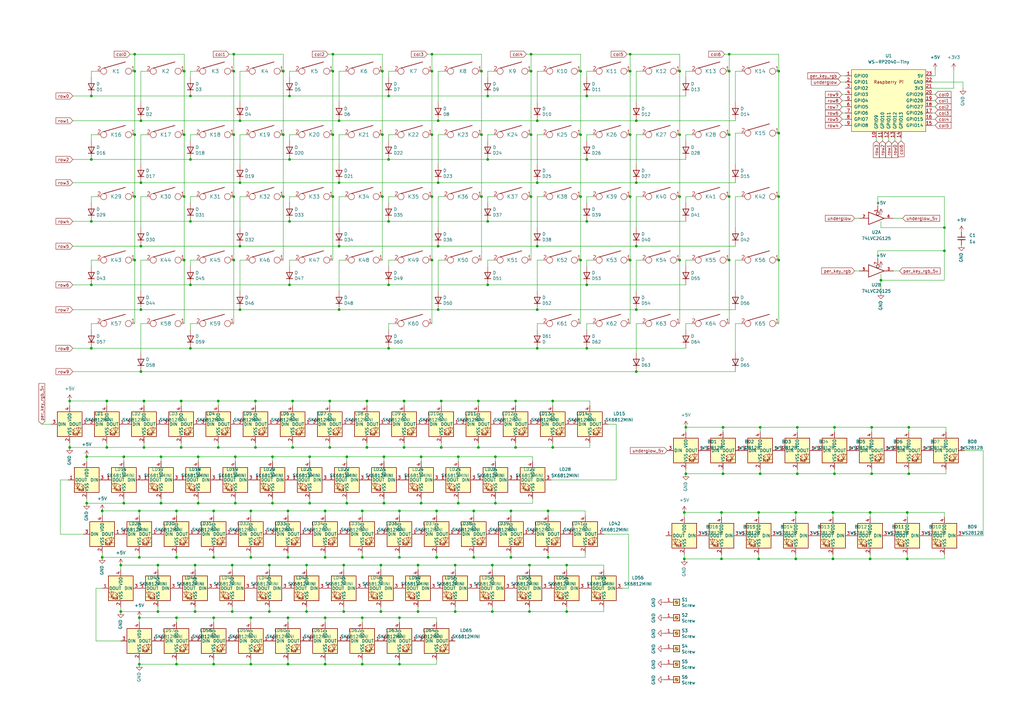
<source format=kicad_sch>
(kicad_sch (version 20230121) (generator eeschema)
  (paper "A3")
  (junction (at 197.485 80.645))
  (junction (at 110.49 231.775))
  (junction (at 197.485 55.245))
  (junction (at 74.295 183.515))
  (junction (at 133.35 272.415))
  (junction (at 200.025 90.805))
  (junction (at 57.15 209.55))
  (junction (at 240.665 142.875))
  (junction (at 55.245 55.245))
  (junction (at 95.885 29.21))
  (junction (at 118.11 228.6))
  (junction (at 28.575 164.465))
  (junction (at 372.745 175.26))
  (junction (at 201.93 250.825))
  (junction (at 50.8 206.375))
  (junction (at 55.245 80.645))
  (junction (at 387.35 93.345))
  (junction (at 102.87 209.55))
  (junction (at 278.765 106.68))
  (junction (at 118.745 116.84))
  (junction (at 74.295 164.465))
  (junction (at 357.505 194.31))
  (junction (at 187.96 206.375))
  (junction (at 57.15 228.6))
  (junction (at 200.025 65.405))
  (junction (at 148.59 228.6))
  (junction (at 187.96 187.325))
  (junction (at 179.705 127))
  (junction (at 177.165 80.645))
  (junction (at 196.215 164.465))
  (junction (at 238.125 29.21))
  (junction (at 78.105 65.405))
  (junction (at 387.35 102.87))
  (junction (at 87.63 253.365))
  (junction (at 57.785 49.53))
  (junction (at 319.405 29.21))
  (junction (at 327.025 194.31))
  (junction (at 200.025 39.37))
  (junction (at 357.505 175.26))
  (junction (at 327.025 175.26))
  (junction (at 120.015 164.465))
  (junction (at 75.565 80.645))
  (junction (at 57.785 74.93))
  (junction (at 295.91 210.185))
  (junction (at 258.445 55.245))
  (junction (at 133.35 253.365))
  (junction (at 140.97 231.775))
  (junction (at 148.59 272.415))
  (junction (at 180.975 183.515))
  (junction (at 35.56 206.375))
  (junction (at 186.69 231.775))
  (junction (at 372.11 229.235))
  (junction (at 361.315 114.935))
  (junction (at 194.31 228.6))
  (junction (at 186.69 250.825))
  (junction (at 98.425 49.53))
  (junction (at 217.805 80.645))
  (junction (at 49.53 231.775))
  (junction (at 177.165 55.245))
  (junction (at 136.525 29.21))
  (junction (at 159.385 142.875))
  (junction (at 135.255 183.515))
  (junction (at 177.165 29.21))
  (junction (at 57.785 152.4))
  (junction (at 95.885 55.245))
  (junction (at 220.345 74.93))
  (junction (at 326.39 229.235))
  (junction (at 98.425 127))
  (junction (at 72.39 209.55))
  (junction (at 163.83 272.415))
  (junction (at 59.055 183.515))
  (junction (at 72.39 272.415))
  (junction (at 171.45 250.825))
  (junction (at 356.87 210.185))
  (junction (at 203.2 206.375))
  (junction (at 280.67 210.185))
  (junction (at 179.705 74.93))
  (junction (at 64.77 231.775))
  (junction (at 118.745 90.805))
  (junction (at 296.545 175.26))
  (junction (at 209.55 228.6))
  (junction (at 180.975 164.465))
  (junction (at 281.305 194.31))
  (junction (at 50.8 187.325))
  (junction (at 232.41 231.775))
  (junction (at 156.21 250.825))
  (junction (at 142.24 187.325))
  (junction (at 139.065 127))
  (junction (at 341.63 229.235))
  (junction (at 211.455 164.465))
  (junction (at 78.105 90.805))
  (junction (at 102.87 253.365))
  (junction (at 136.525 55.245))
  (junction (at 37.465 142.875))
  (junction (at 55.245 29.21))
  (junction (at 133.35 209.55))
  (junction (at 78.105 142.875))
  (junction (at 194.31 209.55))
  (junction (at 319.405 106.68))
  (junction (at 299.085 29.21))
  (junction (at 217.805 55.245))
  (junction (at 311.785 194.31))
  (junction (at 139.065 100.965))
  (junction (at 118.11 209.55))
  (junction (at 260.985 100.965))
  (junction (at 299.085 106.68))
  (junction (at 75.565 29.21))
  (junction (at 148.59 209.55))
  (junction (at 156.845 29.21))
  (junction (at 356.87 229.235))
  (junction (at 299.085 22.225))
  (junction (at 203.2 187.325))
  (junction (at 104.775 164.465))
  (junction (at 95.885 106.68))
  (junction (at 75.565 106.68))
  (junction (at 148.59 253.365))
  (junction (at 157.48 206.375))
  (junction (at 66.04 187.325))
  (junction (at 102.87 228.6))
  (junction (at 278.765 55.245))
  (junction (at 139.065 74.93))
  (junction (at 258.445 22.225))
  (junction (at 240.665 90.805))
  (junction (at 37.465 39.37))
  (junction (at 156.21 231.775))
  (junction (at 136.525 80.645))
  (junction (at 258.445 80.645))
  (junction (at 95.25 231.775))
  (junction (at 295.91 229.235))
  (junction (at 278.765 29.21))
  (junction (at 72.39 253.365))
  (junction (at 80.01 250.825))
  (junction (at 118.745 65.405))
  (junction (at 64.77 250.825))
  (junction (at 240.665 116.84))
  (junction (at 224.79 228.6))
  (junction (at 311.15 210.185))
  (junction (at 240.665 39.37))
  (junction (at 238.125 55.245))
  (junction (at 238.125 80.645))
  (junction (at 104.775 183.515))
  (junction (at 55.245 22.225))
  (junction (at 260.985 127))
  (junction (at 118.11 272.415))
  (junction (at 142.24 206.375))
  (junction (at 125.73 231.775))
  (junction (at 209.55 209.55))
  (junction (at 220.345 49.53))
  (junction (at 226.695 164.465))
  (junction (at 127 187.325))
  (junction (at 179.07 228.6))
  (junction (at 78.105 116.84))
  (junction (at 156.845 80.645))
  (junction (at 49.53 250.825))
  (junction (at 226.695 183.515))
  (junction (at 232.41 250.825))
  (junction (at 150.495 183.515))
  (junction (at 238.125 106.68))
  (junction (at 89.535 183.515))
  (junction (at 165.735 164.465))
  (junction (at 98.425 100.965))
  (junction (at 372.11 210.185))
  (junction (at 87.63 272.415))
  (junction (at 41.91 209.55))
  (junction (at 78.105 39.37))
  (junction (at 102.87 272.415))
  (junction (at 133.35 228.6))
  (junction (at 177.165 22.225))
  (junction (at 220.345 142.875))
  (junction (at 96.52 206.375))
  (junction (at 200.025 116.84))
  (junction (at 35.56 187.325))
  (junction (at 37.465 116.84))
  (junction (at 296.545 194.31))
  (junction (at 372.745 194.31))
  (junction (at 89.535 164.465))
  (junction (at 118.745 39.37))
  (junction (at 95.25 250.825))
  (junction (at 95.885 22.225))
  (junction (at 179.705 49.53))
  (junction (at 81.28 187.325))
  (junction (at 163.83 228.6))
  (junction (at 57.15 272.415))
  (junction (at 179.07 209.55))
  (junction (at 177.165 106.68))
  (junction (at 57.785 100.965))
  (junction (at 319.405 80.645))
  (junction (at 43.815 164.465))
  (junction (at 299.085 55.245))
  (junction (at 43.815 183.515))
  (junction (at 66.04 206.375))
  (junction (at 135.255 164.465))
  (junction (at 157.48 187.325))
  (junction (at 87.63 228.6))
  (junction (at 72.39 228.6))
  (junction (at 179.705 100.965))
  (junction (at 136.525 22.225))
  (junction (at 127 206.375))
  (junction (at 280.67 229.235))
  (junction (at 87.63 209.55))
  (junction (at 326.39 210.185))
  (junction (at 217.17 231.775))
  (junction (at 258.445 106.68))
  (junction (at 224.79 209.55))
  (junction (at 156.845 55.245))
  (junction (at 159.385 116.84))
  (junction (at 111.76 187.325))
  (junction (at 120.015 183.515))
  (junction (at 28.575 183.515))
  (junction (at 260.985 74.93))
  (junction (at 171.45 231.775))
  (junction (at 59.055 164.465))
  (junction (at 118.11 253.365))
  (junction (at 319.405 54.61))
  (junction (at 211.455 183.515))
  (junction (at 57.15 253.365))
  (junction (at 81.28 206.375))
  (junction (at 172.72 187.325))
  (junction (at 201.93 231.775))
  (junction (at 217.17 250.825))
  (junction (at 159.385 39.37))
  (junction (at 57.785 127))
  (junction (at 299.085 80.645))
  (junction (at 116.205 55.245))
  (junction (at 260.985 152.4))
  (junction (at 172.72 206.375))
  (junction (at 140.97 250.825))
  (junction (at 217.805 22.225))
  (junction (at 37.465 65.405))
  (junction (at 95.885 80.645))
  (junction (at 311.15 229.235))
  (junction (at 311.785 175.26))
  (junction (at 220.345 100.965))
  (junction (at 116.205 29.21))
  (junction (at 278.765 80.645))
  (junction (at 163.83 253.365))
  (junction (at 159.385 90.805))
  (junction (at 163.83 209.55))
  (junction (at 37.465 90.805))
  (junction (at 197.485 29.21))
  (junction (at 260.985 49.53))
  (junction (at 341.63 210.185))
  (junction (at 240.665 65.405))
  (junction (at 159.385 65.405))
  (junction (at 55.245 106.68))
  (junction (at 165.735 183.515))
  (junction (at 217.805 29.21))
  (junction (at 111.76 206.375))
  (junction (at 342.265 175.26))
  (junction (at 196.215 183.515))
  (junction (at 110.49 250.825))
  (junction (at 342.265 194.31))
  (junction (at 220.345 127))
  (junction (at 98.425 74.93))
  (junction (at 96.52 187.325))
  (junction (at 125.73 250.825))
  (junction (at 116.205 80.645))
  (junction (at 281.305 175.26))
  (junction (at 41.91 228.6))
  (junction (at 80.01 231.775))
  (junction (at 150.495 164.465))
  (junction (at 75.565 55.245))
  (junction (at 139.065 49.53))
  (junction (at 258.445 29.21))
  (wire (pts (xy 203.2 187.325) (xy 203.2 189.23)))
  (wire (pts (xy 163.83 209.55) (xy 179.07 209.55)))
  (wire (pts (xy 372.11 229.235) (xy 387.35 229.235)))
  (wire (pts (xy 156.21 231.775) (xy 156.21 233.68)))
  (wire (pts (xy 260.985 29.21) (xy 260.985 41.91)))
  (wire (pts (xy 218.44 204.47) (xy 218.44 206.375)))
  (wire (pts (xy 140.97 231.775) (xy 156.21 231.775)))
  (wire (pts (xy 301.625 54.61) (xy 304.165 54.61)))
  (wire (pts (xy 387.985 175.26) (xy 387.985 177.165)))
  (wire (pts (xy 159.385 83.185) (xy 159.385 80.645)))
  (wire (pts (xy 226.695 164.465) (xy 226.695 166.37)))
  (wire (pts (xy 156.21 231.775) (xy 171.45 231.775)))
  (wire (pts (xy 120.015 164.465) (xy 135.255 164.465)))
  (wire (pts (xy 159.385 116.84) (xy 200.025 116.84)))
  (wire (pts (xy 89.535 164.465) (xy 89.535 166.37)))
  (wire (pts (xy 258.445 106.68) (xy 258.445 80.645)))
  (wire (pts (xy 387.35 227.33) (xy 387.35 229.235)))
  (wire (pts (xy 118.11 270.51) (xy 118.11 272.415)))
  (wire (pts (xy 37.465 29.21) (xy 40.005 29.21)))
  (wire (pts (xy 17.145 173.99) (xy 20.955 173.99)))
  (wire (pts (xy 391.16 36.195) (xy 382.27 36.195)))
  (wire (pts (xy 142.24 187.325) (xy 142.24 189.23)))
  (wire (pts (xy 37.465 90.805) (xy 78.105 90.805)))
  (wire (pts (xy 211.455 183.515) (xy 226.695 183.515)))
  (wire (pts (xy 49.53 231.775) (xy 49.53 233.68)))
  (wire (pts (xy 200.025 55.245) (xy 202.565 55.245)))
  (wire (pts (xy 96.52 204.47) (xy 96.52 206.375)))
  (wire (pts (xy 78.105 80.645) (xy 80.645 80.645)))
  (wire (pts (xy 197.485 55.245) (xy 197.485 80.645)))
  (wire (pts (xy 133.35 226.695) (xy 133.35 228.6)))
  (wire (pts (xy 148.59 270.51) (xy 148.59 272.415)))
  (wire (pts (xy 357.505 175.26) (xy 372.745 175.26)))
  (wire (pts (xy 344.805 31.115) (xy 346.71 31.115)))
  (wire (pts (xy 172.72 204.47) (xy 172.72 206.375)))
  (wire (pts (xy 200.025 80.645) (xy 202.565 80.645)))
  (wire (pts (xy 81.28 187.325) (xy 81.28 189.23)))
  (wire (pts (xy 41.91 226.695) (xy 41.91 228.6)))
  (wire (pts (xy 55.245 22.225) (xy 55.245 29.21)))
  (wire (pts (xy 387.35 114.935) (xy 361.315 114.935)))
  (wire (pts (xy 43.815 164.465) (xy 59.055 164.465)))
  (wire (pts (xy 118.745 31.75) (xy 118.745 29.21)))
  (wire (pts (xy 37.465 57.785) (xy 37.465 55.245)))
  (wire (pts (xy 111.76 187.325) (xy 111.76 189.23)))
  (wire (pts (xy 87.63 209.55) (xy 102.87 209.55)))
  (wire (pts (xy 57.785 127) (xy 98.425 127)))
  (wire (pts (xy 372.745 194.31) (xy 387.985 194.31)))
  (wire (pts (xy 87.63 228.6) (xy 102.87 228.6)))
  (wire (pts (xy 257.81 241.3) (xy 257.81 219.075)))
  (wire (pts (xy 240.665 57.785) (xy 240.665 55.245)))
  (wire (pts (xy 326.39 227.33) (xy 326.39 229.235)))
  (wire (pts (xy 341.63 229.235) (xy 356.87 229.235)))
  (wire (pts (xy 163.83 226.695) (xy 163.83 228.6)))
  (wire (pts (xy 87.63 270.51) (xy 87.63 272.415)))
  (wire (pts (xy 156.845 55.245) (xy 156.845 80.645)))
  (wire (pts (xy 96.52 187.325) (xy 111.76 187.325)))
  (wire (pts (xy 89.535 183.515) (xy 104.775 183.515)))
  (wire (pts (xy 165.735 164.465) (xy 165.735 166.37)))
  (wire (pts (xy 345.44 41.275) (xy 346.71 41.275)))
  (wire (pts (xy 140.97 231.775) (xy 140.97 233.68)))
  (wire (pts (xy 260.985 152.4) (xy 301.625 152.4)))
  (wire (pts (xy 80.01 250.825) (xy 95.25 250.825)))
  (wire (pts (xy 383.54 31.115) (xy 382.27 31.115)))
  (wire (pts (xy 260.985 106.68) (xy 263.525 106.68)))
  (wire (pts (xy 148.59 209.55) (xy 163.83 209.55)))
  (wire (pts (xy 180.975 181.61) (xy 180.975 183.515)))
  (wire (pts (xy 78.105 106.68) (xy 80.645 106.68)))
  (wire (pts (xy 258.445 106.68) (xy 258.445 132.715)))
  (wire (pts (xy 78.105 57.785) (xy 78.105 55.245)))
  (wire (pts (xy 220.345 29.21) (xy 220.345 41.91)))
  (wire (pts (xy 37.465 142.875) (xy 78.105 142.875)))
  (wire (pts (xy 341.63 210.185) (xy 356.87 210.185)))
  (wire (pts (xy 260.985 49.53) (xy 301.625 49.53)))
  (wire (pts (xy 301.625 29.21) (xy 304.165 29.21)))
  (wire (pts (xy 260.985 106.68) (xy 260.985 119.38)))
  (wire (pts (xy 209.55 226.695) (xy 209.55 228.6)))
  (wire (pts (xy 296.545 194.31) (xy 311.785 194.31)))
  (wire (pts (xy 240.665 132.715) (xy 243.205 132.715)))
  (wire (pts (xy 224.79 209.55) (xy 240.03 209.55)))
  (wire (pts (xy 383.54 41.275) (xy 382.27 41.275)))
  (wire (pts (xy 133.35 209.55) (xy 148.59 209.55)))
  (wire (pts (xy 179.705 74.93) (xy 220.345 74.93)))
  (wire (pts (xy 139.065 67.31) (xy 139.065 55.245)))
  (wire (pts (xy 78.105 31.75) (xy 78.105 29.21)))
  (wire (pts (xy 102.87 272.415) (xy 118.11 272.415)))
  (wire (pts (xy 209.55 209.55) (xy 224.79 209.55)))
  (wire (pts (xy 157.48 206.375) (xy 172.72 206.375)))
  (wire (pts (xy 311.785 192.405) (xy 311.785 194.31)))
  (wire (pts (xy 197.485 80.645) (xy 197.485 106.68)))
  (wire (pts (xy 383.54 43.815) (xy 382.27 43.815)))
  (wire (pts (xy 260.985 144.78) (xy 260.985 132.715)))
  (wire (pts (xy 220.345 127) (xy 260.985 127)))
  (wire (pts (xy 102.87 253.365) (xy 118.11 253.365)))
  (wire (pts (xy 28.575 164.465) (xy 28.575 166.37)))
  (wire (pts (xy 104.775 181.61) (xy 104.775 183.515)))
  (wire (pts (xy 139.065 106.68) (xy 141.605 106.68)))
  (wire (pts (xy 28.575 183.515) (xy 43.815 183.515)))
  (wire (pts (xy 75.565 29.21) (xy 75.565 55.245)))
  (wire (pts (xy 217.17 250.825) (xy 232.41 250.825)))
  (wire (pts (xy 180.975 164.465) (xy 180.975 166.37)))
  (wire (pts (xy 148.59 253.365) (xy 163.83 253.365)))
  (wire (pts (xy 187.96 187.325) (xy 203.2 187.325)))
  (wire (pts (xy 172.72 187.325) (xy 187.96 187.325)))
  (wire (pts (xy 179.705 106.68) (xy 182.245 106.68)))
  (wire (pts (xy 240.03 209.55) (xy 240.03 211.455)))
  (wire (pts (xy 125.73 231.775) (xy 140.97 231.775)))
  (wire (pts (xy 95.885 55.245) (xy 95.885 80.645)))
  (wire (pts (xy 66.04 206.375) (xy 81.28 206.375)))
  (wire (pts (xy 118.745 57.785) (xy 118.745 55.245)))
  (wire (pts (xy 55.245 22.225) (xy 75.565 22.225)))
  (wire (pts (xy 72.39 228.6) (xy 87.63 228.6)))
  (wire (pts (xy 232.41 231.775) (xy 247.65 231.775)))
  (wire (pts (xy 98.425 29.21) (xy 100.965 29.21)))
  (wire (pts (xy 278.765 29.21) (xy 278.765 55.245)))
  (wire (pts (xy 311.785 175.26) (xy 311.785 177.165)))
  (wire (pts (xy 215.9 22.225) (xy 217.805 22.225)))
  (wire (pts (xy 203.2 187.325) (xy 218.44 187.325)))
  (wire (pts (xy 50.8 204.47) (xy 50.8 206.375)))
  (wire (pts (xy 372.745 175.26) (xy 387.985 175.26)))
  (wire (pts (xy 260.985 55.245) (xy 263.525 55.245)))
  (wire (pts (xy 177.165 29.21) (xy 177.165 22.225)))
  (wire (pts (xy 57.785 132.715) (xy 60.325 132.715)))
  (wire (pts (xy 179.705 29.21) (xy 182.245 29.21)))
  (wire (pts (xy 66.04 187.325) (xy 66.04 189.23)))
  (wire (pts (xy 163.83 270.51) (xy 163.83 272.415)))
  (wire (pts (xy 201.93 231.775) (xy 217.17 231.775)))
  (wire (pts (xy 301.625 67.31) (xy 301.625 54.61)))
  (wire (pts (xy 301.625 106.68) (xy 304.165 106.68)))
  (wire (pts (xy 116.205 29.21) (xy 116.205 55.245)))
  (wire (pts (xy 41.91 228.6) (xy 57.15 228.6)))
  (wire (pts (xy 299.085 29.21) (xy 299.085 22.225)))
  (wire (pts (xy 95.25 231.775) (xy 95.25 233.68)))
  (wire (pts (xy 159.385 109.22) (xy 159.385 106.68)))
  (wire (pts (xy 360.045 84.455) (xy 360.045 80.645)))
  (wire (pts (xy 139.065 74.93) (xy 179.705 74.93)))
  (wire (pts (xy 281.305 106.68) (xy 283.845 106.68)))
  (wire (pts (xy 187.96 206.375) (xy 203.2 206.375)))
  (wire (pts (xy 159.385 132.715) (xy 161.925 132.715)))
  (wire (pts (xy 87.63 253.365) (xy 102.87 253.365)))
  (wire (pts (xy 344.805 33.655) (xy 346.71 33.655)))
  (wire (pts (xy 37.465 135.255) (xy 37.465 132.715)))
  (wire (pts (xy 220.345 49.53) (xy 260.985 49.53)))
  (wire (pts (xy 367.03 57.785) (xy 367.03 56.515)))
  (wire (pts (xy 383.54 51.435) (xy 382.27 51.435)))
  (wire (pts (xy 75.565 80.645) (xy 75.565 106.68)))
  (wire (pts (xy 72.39 209.55) (xy 87.63 209.55)))
  (wire (pts (xy 159.385 90.805) (xy 200.025 90.805)))
  (wire (pts (xy 217.17 248.92) (xy 217.17 250.825)))
  (wire (pts (xy 72.39 270.51) (xy 72.39 272.415)))
  (wire (pts (xy 35.56 187.325) (xy 50.8 187.325)))
  (wire (pts (xy 319.405 54.61) (xy 319.405 80.645)))
  (wire (pts (xy 150.495 183.515) (xy 165.735 183.515)))
  (wire (pts (xy 29.845 74.93) (xy 57.785 74.93)))
  (wire (pts (xy 387.35 210.185) (xy 387.35 212.09)))
  (wire (pts (xy 383.54 48.895) (xy 382.27 48.895)))
  (wire (pts (xy 29.845 65.405) (xy 37.465 65.405)))
  (wire (pts (xy 95.885 106.68) (xy 95.885 132.715)))
  (wire (pts (xy 345.44 38.735) (xy 346.71 38.735)))
  (wire (pts (xy 281.305 194.31) (xy 296.545 194.31)))
  (wire (pts (xy 156.845 29.21) (xy 156.845 55.245)))
  (wire (pts (xy 159.385 106.68) (xy 161.925 106.68)))
  (wire (pts (xy 95.885 22.225) (xy 116.205 22.225)))
  (wire (pts (xy 50.8 187.325) (xy 66.04 187.325)))
  (wire (pts (xy 280.67 210.185) (xy 295.91 210.185)))
  (wire (pts (xy 372.745 192.405) (xy 372.745 194.31)))
  (wire (pts (xy 148.59 272.415) (xy 163.83 272.415)))
  (wire (pts (xy 125.73 231.775) (xy 125.73 233.68)))
  (wire (pts (xy 403.225 184.785) (xy 403.225 219.71)))
  (wire (pts (xy 133.35 253.365) (xy 133.35 255.27)))
  (wire (pts (xy 200.025 29.21) (xy 202.565 29.21)))
  (wire (pts (xy 403.225 219.71) (xy 394.97 219.71)))
  (wire (pts (xy 104.775 164.465) (xy 120.015 164.465)))
  (wire (pts (xy 118.745 65.405) (xy 159.385 65.405)))
  (wire (pts (xy 156.845 80.645) (xy 156.845 106.68)))
  (wire (pts (xy 356.87 227.33) (xy 356.87 229.235)))
  (wire (pts (xy 255.27 241.3) (xy 257.81 241.3)))
  (wire (pts (xy 66.04 204.47) (xy 66.04 206.375)))
  (wire (pts (xy 200.025 116.84) (xy 240.665 116.84)))
  (wire (pts (xy 311.15 229.235) (xy 326.39 229.235)))
  (wire (pts (xy 29.845 39.37) (xy 37.465 39.37)))
  (wire (pts (xy 57.785 49.53) (xy 98.425 49.53)))
  (wire (pts (xy 238.125 29.21) (xy 238.125 55.245)))
  (wire (pts (xy 281.305 175.26) (xy 296.545 175.26)))
  (wire (pts (xy 345.44 46.355) (xy 346.71 46.355)))
  (wire (pts (xy 341.63 210.185) (xy 341.63 212.09)))
  (wire (pts (xy 220.345 135.255) (xy 220.345 132.715)))
  (wire (pts (xy 240.665 106.68) (xy 243.205 106.68)))
  (wire (pts (xy 35.56 206.375) (xy 50.8 206.375)))
  (wire (pts (xy 78.105 29.21) (xy 80.645 29.21)))
  (wire (pts (xy 110.49 231.775) (xy 125.73 231.775)))
  (wire (pts (xy 95.885 29.21) (xy 95.885 55.245)))
  (wire (pts (xy 301.625 29.21) (xy 301.625 41.91)))
  (wire (pts (xy 260.985 80.645) (xy 260.985 93.345)))
  (wire (pts (xy 98.425 55.245) (xy 100.965 55.245)))
  (wire (pts (xy 394.97 33.655) (xy 382.27 33.655)))
  (wire (pts (xy 98.425 74.93) (xy 139.065 74.93)))
  (wire (pts (xy 64.77 248.92) (xy 64.77 250.825)))
  (wire (pts (xy 110.49 250.825) (xy 125.73 250.825)))
  (wire (pts (xy 118.745 90.805) (xy 159.385 90.805)))
  (wire (pts (xy 98.425 106.68) (xy 100.965 106.68)))
  (wire (pts (xy 301.625 93.345) (xy 301.625 80.645)))
  (wire (pts (xy 81.28 204.47) (xy 81.28 206.375)))
  (wire (pts (xy 197.485 22.225) (xy 197.485 29.21)))
  (wire (pts (xy 296.545 175.26) (xy 311.785 175.26)))
  (wire (pts (xy 260.985 67.31) (xy 260.985 55.245)))
  (wire (pts (xy 361.315 90.805) (xy 361.315 93.345)))
  (wire (pts (xy 148.59 226.695) (xy 148.59 228.6)))
  (wire (pts (xy 98.425 80.645) (xy 98.425 93.345)))
  (wire (pts (xy 280.67 210.185) (xy 280.67 212.09)))
  (wire (pts (xy 186.69 231.775) (xy 201.93 231.775)))
  (wire (pts (xy 194.31 209.55) (xy 209.55 209.55)))
  (wire (pts (xy 240.665 142.875) (xy 220.345 142.875)))
  (wire (pts (xy 150.495 181.61) (xy 150.495 183.515)))
  (wire (pts (xy 319.405 106.68) (xy 319.405 132.715)))
  (wire (pts (xy 102.87 209.55) (xy 118.11 209.55)))
  (wire (pts (xy 120.015 164.465) (xy 120.015 166.37)))
  (wire (pts (xy 179.07 253.365) (xy 179.07 255.27)))
  (wire (pts (xy 159.385 65.405) (xy 200.025 65.405)))
  (wire (pts (xy 163.83 253.365) (xy 179.07 253.365)))
  (wire (pts (xy 98.425 29.21) (xy 98.425 41.91)))
  (wire (pts (xy 200.025 65.405) (xy 240.665 65.405)))
  (wire (pts (xy 345.44 48.895) (xy 346.71 48.895)))
  (wire (pts (xy 35.56 187.325) (xy 35.56 189.23)))
  (wire (pts (xy 326.39 210.185) (xy 341.63 210.185)))
  (wire (pts (xy 200.025 106.68) (xy 202.565 106.68)))
  (wire (pts (xy 120.015 181.61) (xy 120.015 183.515)))
  (wire (pts (xy 177.165 80.645) (xy 177.165 106.68)))
  (wire (pts (xy 179.705 100.965) (xy 220.345 100.965)))
  (wire (pts (xy 217.805 29.21) (xy 217.805 22.225)))
  (wire (pts (xy 57.785 29.21) (xy 60.325 29.21)))
  (wire (pts (xy 95.885 80.645) (xy 95.885 106.68)))
  (wire (pts (xy 217.17 231.775) (xy 232.41 231.775)))
  (wire (pts (xy 159.385 57.785) (xy 159.385 55.245)))
  (wire (pts (xy 260.985 74.93) (xy 301.625 74.93)))
  (wire (pts (xy 357.505 194.31) (xy 372.745 194.31)))
  (wire (pts (xy 327.025 175.26) (xy 327.025 177.165)))
  (wire (pts (xy 171.45 250.825) (xy 186.69 250.825)))
  (wire (pts (xy 87.63 253.365) (xy 87.63 255.27)))
  (wire (pts (xy 211.455 164.465) (xy 226.695 164.465)))
  (wire (pts (xy 157.48 187.325) (xy 172.72 187.325)))
  (wire (pts (xy 37.465 39.37) (xy 78.105 39.37)))
  (wire (pts (xy 296.545 175.26) (xy 296.545 177.165)))
  (wire (pts (xy 224.79 228.6) (xy 240.03 228.6)))
  (wire (pts (xy 29.845 127) (xy 57.785 127)))
  (wire (pts (xy 136.525 55.245) (xy 136.525 29.21)))
  (wire (pts (xy 102.87 270.51) (xy 102.87 272.415)))
  (wire (pts (xy 180.975 164.465) (xy 196.215 164.465)))
  (wire (pts (xy 350.52 89.535) (xy 352.425 89.535)))
  (wire (pts (xy 118.11 209.55) (xy 118.11 211.455)))
  (wire (pts (xy 102.87 226.695) (xy 102.87 228.6)))
  (wire (pts (xy 55.245 29.21) (xy 55.245 55.245)))
  (wire (pts (xy 41.91 209.55) (xy 57.15 209.55)))
  (wire (pts (xy 260.985 80.645) (xy 263.525 80.645)))
  (wire (pts (xy 50.8 206.375) (xy 66.04 206.375)))
  (wire (pts (xy 57.785 152.4) (xy 260.985 152.4)))
  (wire (pts (xy 345.44 43.815) (xy 346.71 43.815)))
  (wire (pts (xy 232.41 231.775) (xy 232.41 233.68)))
  (wire (pts (xy 41.91 209.55) (xy 41.91 211.455)))
  (wire (pts (xy 118.745 109.22) (xy 118.745 106.68)))
  (wire (pts (xy 142.24 206.375) (xy 157.48 206.375)))
  (wire (pts (xy 49.53 248.92) (xy 49.53 250.825)))
  (wire (pts (xy 118.11 253.365) (xy 118.11 255.27)))
  (wire (pts (xy 220.345 80.645) (xy 220.345 93.345)))
  (wire (pts (xy 370.205 89.535) (xy 366.395 89.535)))
  (wire (pts (xy 295.91 210.185) (xy 295.91 212.09)))
  (wire (pts (xy 163.83 209.55) (xy 163.83 211.455)))
  (wire (pts (xy 252.73 196.85) (xy 252.73 173.99)))
  (wire (pts (xy 35.56 206.375) (xy 35.56 204.47)))
  (wire (pts (xy 139.065 29.21) (xy 141.605 29.21)))
  (wire (pts (xy 240.665 83.185) (xy 240.665 80.645)))
  (wire (pts (xy 80.01 248.92) (xy 80.01 250.825)))
  (wire (pts (xy 356.87 210.185) (xy 372.11 210.185)))
  (wire (pts (xy 75.565 55.245) (xy 75.565 80.645)))
  (wire (pts (xy 125.73 248.92) (xy 125.73 250.825)))
  (wire (pts (xy 157.48 187.325) (xy 157.48 189.23)))
  (wire (pts (xy 150.495 164.465) (xy 150.495 166.37)))
  (wire (pts (xy 224.79 226.695) (xy 224.79 228.6)))
  (wire (pts (xy 177.165 22.225) (xy 197.485 22.225)))
  (wire (pts (xy 203.2 204.47) (xy 203.2 206.375)))
  (wire (pts (xy 59.055 164.465) (xy 59.055 166.37)))
  (wire (pts (xy 75.565 22.225) (xy 75.565 29.21)))
  (wire (pts (xy 136.525 29.21) (xy 136.525 22.225)))
  (wire (pts (xy 364.49 57.785) (xy 364.49 56.515)))
  (wire (pts (xy 55.245 106.68) (xy 55.245 132.715)))
  (wire (pts (xy 156.845 22.225) (xy 156.845 29.21)))
  (wire (pts (xy 118.745 106.68) (xy 121.285 106.68)))
  (wire (pts (xy 140.97 250.825) (xy 156.21 250.825)))
  (wire (pts (xy 57.15 209.55) (xy 57.15 211.455)))
  (wire (pts (xy 57.15 226.695) (xy 57.15 228.6)))
  (wire (pts (xy 296.545 192.405) (xy 296.545 194.31)))
  (wire (pts (xy 281.305 175.26) (xy 281.305 177.165)))
  (wire (pts (xy 57.785 144.78) (xy 57.785 132.715)))
  (wire (pts (xy 217.17 231.775) (xy 217.17 233.68)))
  (wire (pts (xy 98.425 49.53) (xy 139.065 49.53)))
  (wire (pts (xy 200.025 31.75) (xy 200.025 29.21)))
  (wire (pts (xy 179.705 67.31) (xy 179.705 55.245)))
  (wire (pts (xy 281.305 132.715) (xy 283.845 132.715)))
  (wire (pts (xy 37.465 106.68) (xy 40.005 106.68)))
  (wire (pts (xy 260.985 29.21) (xy 263.525 29.21)))
  (wire (pts (xy 110.49 231.775) (xy 110.49 233.68)))
  (wire (pts (xy 102.87 209.55) (xy 102.87 211.455)))
  (wire (pts (xy 301.625 106.68) (xy 301.625 119.38)))
  (wire (pts (xy 111.76 204.47) (xy 111.76 206.375)))
  (wire (pts (xy 281.305 31.75) (xy 281.305 29.21)))
  (wire (pts (xy 391.16 28.575) (xy 391.16 36.195)))
  (wire (pts (xy 278.765 55.245) (xy 278.765 80.645)))
  (wire (pts (xy 116.205 80.645) (xy 116.205 106.68)))
  (wire (pts (xy 118.11 209.55) (xy 133.35 209.55)))
  (wire (pts (xy 327.025 175.26) (xy 342.265 175.26)))
  (wire (pts (xy 327.025 194.31) (xy 342.265 194.31)))
  (wire (pts (xy 179.705 80.645) (xy 179.705 93.345)))
  (wire (pts (xy 360.045 80.645) (xy 387.35 80.645)))
  (wire (pts (xy 220.345 55.245) (xy 222.885 55.245)))
  (wire (pts (xy 240.665 135.255) (xy 240.665 132.715)))
  (wire (pts (xy 81.28 206.375) (xy 96.52 206.375)))
  (wire (pts (xy 57.785 106.68) (xy 60.325 106.68)))
  (wire (pts (xy 361.315 93.345) (xy 387.35 93.345)))
  (wire (pts (xy 139.065 106.68) (xy 139.065 119.38)))
  (wire (pts (xy 37.465 83.185) (xy 37.465 80.645)))
  (wire (pts (xy 118.745 29.21) (xy 121.285 29.21)))
  (wire (pts (xy 356.87 210.185) (xy 356.87 212.09)))
  (wire (pts (xy 372.11 210.185) (xy 372.11 212.09)))
  (wire (pts (xy 37.465 132.715) (xy 40.005 132.715)))
  (wire (pts (xy 217.805 55.245) (xy 217.805 29.21)))
  (wire (pts (xy 220.345 74.93) (xy 260.985 74.93)))
  (wire (pts (xy 125.73 250.825) (xy 140.97 250.825)))
  (wire (pts (xy 368.935 111.125) (xy 366.395 111.125)))
  (wire (pts (xy 139.065 127) (xy 179.705 127)))
  (wire (pts (xy 226.06 196.85) (xy 252.73 196.85)))
  (wire (pts (xy 74.295 164.465) (xy 89.535 164.465)))
  (wire (pts (xy 311.15 210.185) (xy 326.39 210.185)))
  (wire (pts (xy 57.15 272.415) (xy 72.39 272.415)))
  (wire (pts (xy 220.345 106.68) (xy 222.885 106.68)))
  (wire (pts (xy 319.405 29.21) (xy 319.405 54.61)))
  (wire (pts (xy 37.465 109.22) (xy 37.465 106.68)))
  (wire (pts (xy 39.37 241.3) (xy 39.37 262.89)))
  (wire (pts (xy 179.07 209.55) (xy 179.07 211.455)))
  (wire (pts (xy 240.665 31.75) (xy 240.665 29.21)))
  (wire (pts (xy 142.24 204.47) (xy 142.24 206.375)))
  (wire (pts (xy 258.445 55.245) (xy 258.445 29.21)))
  (wire (pts (xy 260.985 127) (xy 301.625 127)))
  (wire (pts (xy 72.39 253.365) (xy 72.39 255.27)))
  (wire (pts (xy 24.765 219.075) (xy 34.29 219.075)))
  (wire (pts (xy 387.35 80.645) (xy 387.35 93.345)))
  (wire (pts (xy 187.96 204.47) (xy 187.96 206.375)))
  (wire (pts (xy 118.745 39.37) (xy 159.385 39.37)))
  (wire (pts (xy 139.065 29.21) (xy 139.065 41.91)))
  (wire (pts (xy 319.405 22.225) (xy 319.405 29.21)))
  (wire (pts (xy 186.69 231.775) (xy 186.69 233.68)))
  (wire (pts (xy 220.345 100.965) (xy 260.985 100.965)))
  (wire (pts (xy 341.63 227.33) (xy 341.63 229.235)))
  (wire (pts (xy 194.31 226.695) (xy 194.31 228.6)))
  (wire (pts (xy 187.96 187.325) (xy 187.96 189.23)))
  (wire (pts (xy 171.45 231.775) (xy 186.69 231.775)))
  (wire (pts (xy 200.025 83.185) (xy 200.025 80.645)))
  (wire (pts (xy 41.91 241.3) (xy 39.37 241.3)))
  (wire (pts (xy 301.625 144.78) (xy 301.625 132.715)))
  (wire (pts (xy 78.105 109.22) (xy 78.105 106.68)))
  (wire (pts (xy 194.31 209.55) (xy 194.31 211.455)))
  (wire (pts (xy 247.65 231.775) (xy 247.65 233.68)))
  (wire (pts (xy 159.385 135.255) (xy 159.385 132.715)))
  (wire (pts (xy 75.565 106.68) (xy 75.565 132.715)))
  (wire (pts (xy 165.735 164.465) (xy 180.975 164.465)))
  (wire (pts (xy 226.695 164.465) (xy 241.935 164.465)))
  (wire (pts (xy 78.105 65.405) (xy 118.745 65.405)))
  (wire (pts (xy 142.24 187.325) (xy 157.48 187.325)))
  (wire (pts (xy 247.65 250.825) (xy 247.65 248.92)))
  (wire (pts (xy 295.91 227.33) (xy 295.91 229.235)))
  (wire (pts (xy 186.69 248.92) (xy 186.69 250.825)))
  (wire (pts (xy 78.105 132.715) (xy 80.645 132.715)))
  (wire (pts (xy 301.625 132.715) (xy 304.165 132.715)))
  (wire (pts (xy 72.39 253.365) (xy 87.63 253.365)))
  (wire (pts (xy 98.425 80.645) (xy 100.965 80.645)))
  (wire (pts (xy 127 187.325) (xy 142.24 187.325)))
  (wire (pts (xy 211.455 181.61) (xy 211.455 183.515)))
  (wire (pts (xy 319.405 80.645) (xy 319.405 106.68)))
  (wire (pts (xy 57.15 253.365) (xy 72.39 253.365)))
  (wire (pts (xy 134.62 22.225) (xy 136.525 22.225)))
  (wire (pts (xy 177.165 106.68) (xy 177.165 132.715)))
  (wire (pts (xy 297.18 22.225) (xy 299.085 22.225)))
  (wire (pts (xy 301.625 80.645) (xy 304.165 80.645)))
  (wire (pts (xy 74.295 183.515) (xy 89.535 183.515)))
  (wire (pts (xy 159.385 29.21) (xy 161.925 29.21)))
  (wire (pts (xy 209.55 209.55) (xy 209.55 211.455)))
  (wire (pts (xy 220.345 132.715) (xy 222.885 132.715)))
  (wire (pts (xy 29.845 116.84) (xy 37.465 116.84)))
  (wire (pts (xy 118.745 116.84) (xy 159.385 116.84)))
  (wire (pts (xy 57.785 106.68) (xy 57.785 119.38)))
  (wire (pts (xy 78.105 39.37) (xy 118.745 39.37)))
  (wire (pts (xy 280.67 227.33) (xy 280.67 229.235)))
  (wire (pts (xy 224.79 209.55) (xy 224.79 211.455)))
  (wire (pts (xy 281.305 83.185) (xy 281.305 80.645)))
  (wire (pts (xy 179.705 106.68) (xy 179.705 119.38)))
  (wire (pts (xy 326.39 210.185) (xy 326.39 212.09)))
  (wire (pts (xy 78.105 90.805) (xy 118.745 90.805)))
  (wire (pts (xy 165.735 183.515) (xy 180.975 183.515)))
  (wire (pts (xy 257.175 22.225) (xy 258.445 22.225)))
  (wire (pts (xy 127 204.47) (xy 127 206.375)))
  (wire (pts (xy 136.525 22.225) (xy 156.845 22.225)))
  (wire (pts (xy 136.525 80.645) (xy 136.525 55.245)))
  (wire (pts (xy 64.77 250.825) (xy 80.01 250.825)))
  (wire (pts (xy 104.775 183.515) (xy 120.015 183.515)))
  (wire (pts (xy 220.345 106.68) (xy 220.345 119.38)))
  (wire (pts (xy 217.805 106.68) (xy 217.805 80.645)))
  (wire (pts (xy 196.215 183.515) (xy 211.455 183.515)))
  (wire (pts (xy 196.215 181.61) (xy 196.215 183.515)))
  (wire (pts (xy 78.105 55.245) (xy 80.645 55.245)))
  (wire (pts (xy 37.465 55.245) (xy 40.005 55.245)))
  (wire (pts (xy 342.265 194.31) (xy 357.505 194.31)))
  (wire (pts (xy 240.665 109.22) (xy 240.665 106.68)))
  (wire (pts (xy 37.465 116.84) (xy 78.105 116.84)))
  (wire (pts (xy 53.34 22.225) (xy 55.245 22.225)))
  (wire (pts (xy 135.255 181.61) (xy 135.255 183.515)))
  (wire (pts (xy 327.025 192.405) (xy 327.025 194.31)))
  (wire (pts (xy 240.665 142.875) (xy 281.305 142.875)))
  (wire (pts (xy 159.385 80.645) (xy 161.925 80.645)))
  (wire (pts (xy 220.345 80.645) (xy 222.885 80.645)))
  (wire (pts (xy 209.55 228.6) (xy 224.79 228.6)))
  (wire (pts (xy 194.31 228.6) (xy 209.55 228.6)))
  (wire (pts (xy 140.97 248.92) (xy 140.97 250.825)))
  (wire (pts (xy 87.63 226.695) (xy 87.63 228.6)))
  (wire (pts (xy 238.125 55.245) (xy 238.125 80.645)))
  (wire (pts (xy 240.03 228.6) (xy 240.03 226.695)))
  (wire (pts (xy 241.935 164.465) (xy 241.935 166.37)))
  (wire (pts (xy 240.665 29.21) (xy 243.205 29.21)))
  (wire (pts (xy 299.085 80.645) (xy 299.085 55.245)))
  (wire (pts (xy 27.94 196.85) (xy 24.765 196.85)))
  (wire (pts (xy 59.055 181.61) (xy 59.055 183.515)))
  (wire (pts (xy 240.665 80.645) (xy 243.205 80.645)))
  (wire (pts (xy 179.07 270.51) (xy 179.07 272.415)))
  (wire (pts (xy 98.425 127) (xy 139.065 127)))
  (wire (pts (xy 159.385 142.875) (xy 220.345 142.875)))
  (wire (pts (xy 37.465 90.805) (xy 29.845 90.805)))
  (wire (pts (xy 196.215 164.465) (xy 211.455 164.465)))
  (wire (pts (xy 159.385 142.875) (xy 78.105 142.875)))
  (wire (pts (xy 372.11 210.185) (xy 387.35 210.185)))
  (wire (pts (xy 200.025 57.785) (xy 200.025 55.245)))
  (wire (pts (xy 78.105 83.185) (xy 78.105 80.645)))
  (wire (pts (xy 95.885 22.225) (xy 95.885 29.21)))
  (wire (pts (xy 372.745 175.26) (xy 372.745 177.165)))
  (wire (pts (xy 361.315 120.015) (xy 361.315 114.935)))
  (wire (pts (xy 217.805 80.645) (xy 217.805 55.245)))
  (wire (pts (xy 159.385 39.37) (xy 200.025 39.37)))
  (wire (pts (xy 357.505 192.405) (xy 357.505 194.31)))
  (wire (pts (xy 74.295 164.465) (xy 74.295 166.37)))
  (wire (pts (xy 260.985 132.715) (xy 263.525 132.715)))
  (wire (pts (xy 127 206.375) (xy 142.24 206.375)))
  (wire (pts (xy 278.765 22.225) (xy 278.765 29.21)))
  (wire (pts (xy 118.11 272.415) (xy 133.35 272.415)))
  (wire (pts (xy 360.045 106.045) (xy 360.045 102.87)))
  (wire (pts (xy 139.065 55.245) (xy 141.605 55.245)))
  (wire (pts (xy 87.63 272.415) (xy 102.87 272.415)))
  (wire (pts (xy 80.01 231.775) (xy 95.25 231.775)))
  (wire (pts (xy 281.305 29.21) (xy 283.845 29.21)))
  (wire (pts (xy 383.54 28.575) (xy 383.54 31.115)))
  (wire (pts (xy 342.265 192.405) (xy 342.265 194.31)))
  (wire (pts (xy 177.165 55.245) (xy 177.165 29.21)))
  (wire (pts (xy 369.57 57.785) (xy 369.57 56.515)))
  (wire (pts (xy 232.41 248.92) (xy 232.41 250.825)))
  (wire (pts (xy 29.845 152.4) (xy 57.785 152.4)))
  (wire (pts (xy 311.785 194.31) (xy 327.025 194.31)))
  (wire (pts (xy 200.025 90.805) (xy 240.665 90.805)))
  (wire (pts (xy 226.695 181.61) (xy 226.695 183.515)))
  (wire (pts (xy 240.665 55.245) (xy 243.205 55.245)))
  (wire (pts (xy 342.265 175.26) (xy 342.265 177.165)))
  (wire (pts (xy 159.385 31.75) (xy 159.385 29.21)))
  (wire (pts (xy 78.105 116.84) (xy 118.745 116.84)))
  (wire (pts (xy 220.345 29.21) (xy 222.885 29.21)))
  (wire (pts (xy 72.39 272.415) (xy 87.63 272.415)))
  (wire (pts (xy 28.575 183.515) (xy 28.575 181.61)))
  (wire (pts (xy 278.765 106.68) (xy 278.765 132.715)))
  (wire (pts (xy 171.45 231.775) (xy 171.45 233.68)))
  (wire (pts (xy 180.975 183.515) (xy 196.215 183.515)))
  (wire (pts (xy 37.465 65.405) (xy 78.105 65.405)))
  (wire (pts (xy 165.735 181.61) (xy 165.735 183.515)))
  (wire (pts (xy 179.705 127) (xy 220.345 127)))
  (wire (pts (xy 249.555 173.99) (xy 252.73 173.99)))
  (wire (pts (xy 217.805 22.225) (xy 238.125 22.225)))
  (wire (pts (xy 127 187.325) (xy 127 189.23)))
  (wire (pts (xy 55.245 55.245) (xy 55.245 80.645)))
  (wire (pts (xy 43.815 183.515) (xy 59.055 183.515)))
  (wire (pts (xy 64.77 231.775) (xy 80.01 231.775)))
  (wire (pts (xy 232.41 250.825) (xy 247.65 250.825)))
  (wire (pts (xy 98.425 67.31) (xy 98.425 55.245)))
  (wire (pts (xy 200.025 39.37) (xy 240.665 39.37)))
  (wire (pts (xy 203.2 206.375) (xy 218.44 206.375)))
  (wire (pts (xy 240.665 39.37) (xy 281.305 39.37)))
  (wire (pts (xy 387.35 93.345) (xy 387.35 102.87)))
  (wire (pts (xy 172.72 187.325) (xy 172.72 189.23)))
  (wire (pts (xy 326.39 229.235) (xy 341.63 229.235)))
  (wire (pts (xy 179.07 226.695) (xy 179.07 228.6)))
  (wire (pts (xy 177.165 55.245) (xy 177.165 80.645)))
  (wire (pts (xy 356.87 229.235) (xy 372.11 229.235)))
  (wire (pts (xy 258.445 22.225) (xy 278.765 22.225)))
  (wire (pts (xy 133.35 270.51) (xy 133.35 272.415)))
  (wire (pts (xy 238.125 22.225) (xy 238.125 29.21)))
  (wire (pts (xy 238.125 80.645) (xy 238.125 106.68)))
  (wire (pts (xy 118.745 80.645) (xy 121.285 80.645)))
  (wire (pts (xy 295.91 229.235) (xy 311.15 229.235)))
  (wire (pts (xy 111.76 206.375) (xy 127 206.375)))
  (wire (pts (xy 156.21 250.825) (xy 171.45 250.825)))
  (wire (pts (xy 95.25 231.775) (xy 110.49 231.775)))
  (wire (pts (xy 93.98 22.225) (xy 95.885 22.225)))
  (wire (pts (xy 281.305 55.245) (xy 283.845 55.245)))
  (wire (pts (xy 196.215 164.465) (xy 196.215 166.37)))
  (wire (pts (xy 200.025 109.22) (xy 200.025 106.68)))
  (wire (pts (xy 280.67 229.235) (xy 295.91 229.235)))
  (wire (pts (xy 29.845 49.53) (xy 57.785 49.53)))
  (wire (pts (xy 139.065 100.965) (xy 179.705 100.965)))
  (wire (pts (xy 171.45 248.92) (xy 171.45 250.825)))
  (wire (pts (xy 57.15 253.365) (xy 57.15 255.27)))
  (wire (pts (xy 133.35 253.365) (xy 148.59 253.365)))
  (wire (pts (xy 57.785 74.93) (xy 98.425 74.93)))
  (wire (pts (xy 342.265 175.26) (xy 357.505 175.26)))
  (wire (pts (xy 104.775 164.465) (xy 104.775 166.37)))
  (wire (pts (xy 311.785 175.26) (xy 327.025 175.26)))
  (wire (pts (xy 211.455 164.465) (xy 211.455 166.37)))
  (wire (pts (xy 299.085 22.225) (xy 319.405 22.225)))
  (wire (pts (xy 281.305 135.255) (xy 281.305 132.715)))
  (wire (pts (xy 59.055 164.465) (xy 74.295 164.465)))
  (wire (pts (xy 186.69 250.825) (xy 201.93 250.825)))
  (wire (pts (xy 238.125 106.68) (xy 238.125 132.715)))
  (wire (pts (xy 135.255 164.465) (xy 150.495 164.465)))
  (wire (pts (xy 175.26 22.225) (xy 177.165 22.225)))
  (wire (pts (xy 102.87 228.6) (xy 118.11 228.6)))
  (wire (pts (xy 394.97 36.195) (xy 394.97 33.655)))
  (wire (pts (xy 49.53 250.825) (xy 64.77 250.825)))
  (wire (pts (xy 299.085 80.645) (xy 299.085 106.68)))
  (wire (pts (xy 87.63 209.55) (xy 87.63 211.455)))
  (wire (pts (xy 135.255 164.465) (xy 135.255 166.37)))
  (wire (pts (xy 64.77 231.775) (xy 64.77 233.68)))
  (wire (pts (xy 299.085 55.245) (xy 299.085 29.21)))
  (wire (pts (xy 110.49 248.92) (xy 110.49 250.825)))
  (wire (pts (xy 260.985 100.965) (xy 301.625 100.965)))
  (wire (pts (xy 150.495 164.465) (xy 165.735 164.465)))
  (wire (pts (xy 50.8 187.325) (xy 50.8 189.23)))
  (wire (pts (xy 240.665 90.805) (xy 281.305 90.805)))
  (wire (pts (xy 179.07 209.55) (xy 194.31 209.55)))
  (wire (pts (xy 116.205 22.225) (xy 116.205 29.21)))
  (wire (pts (xy 118.11 226.695) (xy 118.11 228.6)))
  (wire (pts (xy 241.935 183.515) (xy 241.935 181.61)))
  (wire (pts (xy 80.01 231.775) (xy 80.01 233.68)))
  (wire (pts (xy 163.83 272.415) (xy 179.07 272.415)))
  (wire (pts (xy 81.28 187.325) (xy 96.52 187.325)))
  (wire (pts (xy 98.425 100.965) (xy 139.065 100.965)))
  (wire (pts (xy 139.065 80.645) (xy 139.065 93.345)))
  (wire (pts (xy 361.315 114.935) (xy 361.315 112.395)))
  (wire (pts (xy 78.105 135.255) (xy 78.105 132.715)))
  (wire (pts (xy 120.015 183.515) (xy 135.255 183.515)))
  (wire (pts (xy 89.535 181.61) (xy 89.535 183.515)))
  (wire (pts (xy 118.11 253.365) (xy 133.35 253.365)))
  (wire (pts (xy 299.085 106.68) (xy 299.085 132.715)))
  (wire (pts (xy 66.04 187.325) (xy 81.28 187.325)))
  (wire (pts (xy 139.065 80.645) (xy 141.605 80.645)))
  (wire (pts (xy 57.15 209.55) (xy 72.39 209.55)))
  (wire (pts (xy 74.295 181.61) (xy 74.295 183.515)))
  (wire (pts (xy 359.41 57.785) (xy 359.41 56.515)))
  (wire (pts (xy 148.59 228.6) (xy 163.83 228.6)))
  (wire (pts (xy 163.83 228.6) (xy 179.07 228.6)))
  (wire (pts (xy 43.815 164.465) (xy 43.815 166.37)))
  (wire (pts (xy 118.745 55.245) (xy 121.285 55.245)))
  (wire (pts (xy 59.055 183.515) (xy 74.295 183.515)))
  (wire (pts (xy 29.845 100.965) (xy 57.785 100.965)))
  (wire (pts (xy 197.485 29.21) (xy 197.485 55.245)))
  (wire (pts (xy 24.765 196.85) (xy 24.765 219.075)))
  (wire (pts (xy 139.065 49.53) (xy 179.705 49.53)))
  (wire (pts (xy 57.785 29.21) (xy 57.785 41.91)))
  (wire (pts (xy 95.25 250.825) (xy 110.49 250.825)))
  (wire (pts (xy 159.385 55.245) (xy 161.925 55.245)))
  (wire (pts (xy 220.345 55.245) (xy 220.345 67.31)))
  (wire (pts (xy 387.35 102.87) (xy 387.35 114.935)))
  (wire (pts (xy 311.15 227.33) (xy 311.15 229.235)))
  (wire (pts (xy 37.465 31.75) (xy 37.465 29.21)))
  (wire (pts (xy 345.44 51.435) (xy 346.71 51.435)))
  (wire (pts (xy 37.465 142.875) (xy 29.845 142.875)))
  (wire (pts (xy 179.705 55.245) (xy 182.245 55.245)))
  (wire (pts (xy 201.93 248.92) (xy 201.93 250.825)))
  (wire (pts (xy 133.35 209.55) (xy 133.35 211.455)))
  (wire (pts (xy 281.305 109.22) (xy 281.305 106.68)))
  (wire (pts (xy 258.445 80.645) (xy 258.445 55.245)))
  (wire (pts (xy 39.37 262.89) (xy 49.53 262.89)))
  (wire (pts (xy 295.91 210.185) (xy 311.15 210.185)))
  (wire (pts (xy 102.87 253.365) (xy 102.87 255.27)))
  (wire (pts (xy 57.15 270.51) (xy 57.15 272.415)))
  (wire (pts (xy 240.665 116.84) (xy 281.305 116.84)))
  (wire (pts (xy 156.21 248.92) (xy 156.21 250.825)))
  (wire (pts (xy 133.35 272.415) (xy 148.59 272.415)))
  (wire (pts (xy 372.11 227.33) (xy 372.11 229.235)))
  (wire (pts (xy 135.255 183.515) (xy 150.495 183.515)))
  (wire (pts (xy 281.305 192.405) (xy 281.305 194.31)))
  (wire (pts (xy 28.575 164.465) (xy 43.815 164.465)))
  (wire (pts (xy 95.25 248.92) (xy 95.25 250.825)))
  (wire (pts (xy 148.59 209.55) (xy 148.59 211.455)))
  (wire (pts (xy 360.045 102.87) (xy 387.35 102.87)))
  (wire (pts (xy 98.425 106.68) (xy 98.425 119.38)))
  (wire (pts (xy 55.245 80.645) (xy 55.245 106.68)))
  (wire (pts (xy 57.785 80.645) (xy 57.785 93.345)))
  (wire (pts (xy 201.93 231.775) (xy 201.93 233.68)))
  (wire (pts (xy 179.07 228.6) (xy 194.31 228.6)))
  (wire (pts (xy 49.53 231.775) (xy 64.77 231.775)))
  (wire (pts (xy 357.505 175.26) (xy 357.505 177.165)))
  (wire (pts (xy 278.765 80.645) (xy 278.765 106.68)))
  (wire (pts (xy 118.745 83.185) (xy 118.745 80.645)))
  (wire (pts (xy 172.72 206.375) (xy 187.96 206.375)))
  (wire (pts (xy 361.95 57.785) (xy 361.95 56.515)))
  (wire (pts (xy 157.48 204.47) (xy 157.48 206.375)))
  (wire (pts (xy 89.535 164.465) (xy 104.775 164.465)))
  (wire (pts (xy 387.985 192.405) (xy 387.985 194.31)))
  (wire (pts (xy 281.305 80.645) (xy 283.845 80.645)))
  (wire (pts (xy 116.205 55.245) (xy 116.205 80.645)))
  (wire (pts (xy 240.665 65.405) (xy 281.305 65.405)))
  (wire (pts (xy 258.445 29.21) (xy 258.445 22.225)))
  (wire (pts (xy 57.785 67.31) (xy 57.785 55.245)))
  (wire (pts (xy 72.39 226.695) (xy 72.39 228.6)))
  (wire (pts (xy 179.705 80.645) (xy 182.245 80.645)))
  (wire (pts (xy 43.815 181.61) (xy 43.815 183.515)))
  (wire (pts (xy 148.59 253.365) (xy 148.59 255.27)))
  (wire (pts (xy 350.52 111.125) (xy 352.425 111.125)))
  (wire (pts (xy 179.705 49.53) (xy 220.345 49.53)))
  (wire (pts (xy 179.705 29.21) (xy 179.705 41.91)))
  (wire (pts (xy 133.35 228.6) (xy 148.59 228.6)))
  (wire (pts (xy 257.81 219.075) (xy 247.65 219.075)))
  (wire (pts (xy 383.54 46.355) (xy 382.27 46.355)))
  (wire (pts (xy 96.52 206.375) (xy 111.76 206.375)))
  (wire (pts (xy 57.15 228.6) (xy 72.39 228.6)))
  (wire (pts (xy 201.93 250.825) (xy 217.17 250.825)))
  (wire (pts (xy 218.44 187.325) (xy 218.44 189.23)))
  (wire (pts (xy 37.465 80.645) (xy 40.005 80.645)))
  (wire (pts (xy 226.695 183.515) (xy 241.935 183.515)))
  (wire (pts (xy 163.83 253.365) (xy 163.83 255.27)))
  (wire (pts (xy 57.785 80.645) (xy 60.325 80.645)))
  (wire (pts (xy 383.54 38.735) (xy 382.27 38.735)))
  (wire (pts (xy 136.525 106.68) (xy 136.525 80.645)))
  (wire (pts (xy 395.605 184.785) (xy 403.225 184.785)))
  (wire (pts (xy 281.305 57.785) (xy 281.305 55.245)))
  (wire (pts (xy 111.76 187.325) (xy 127 187.325)))
  (wire (pts (xy 57.785 100.965) (xy 98.425 100.965)))
  (wire (pts (xy 57.785 55.245) (xy 60.325 55.245)))
  (wire (pts (xy 311.15 210.185) (xy 311.15 212.09)))
  (wire (pts (xy 118.11 228.6) (xy 133.35 228.6)))
  (wire (pts (xy 96.52 187.325) (xy 96.52 189.23)))
  (wire (pts (xy 72.39 209.55) (xy 72.39 211.455)))
  (global_label "col4" (shape input) (at 215.9 22.225 180) (property "Intersheetrefs" "${INTERSHEET_REFS}" (effects hide)))
  (global_label "underglow_5v" (shape input) (at 370.205 89.535 0) (property "Intersheetrefs" "${INTERSHEET_REFS}" (effects hide)))
  (global_label "row1" (shape input) (at 29.845 49.53 180) (property "Intersheetrefs" "${INTERSHEET_REFS}" (effects hide)))
  (global_label "col2" (shape input) (at 383.54 43.815 0) (property "Intersheetrefs" "${INTERSHEET_REFS}" (effects hide)))
  (global_label "underglow" (shape input) (at 350.52 89.535 180) (property "Intersheetrefs" "${INTERSHEET_REFS}" (effects hide)))
  (global_label "underglow" (shape input) (at 344.805 33.655 180) (property "Intersheetrefs" "${INTERSHEET_REFS}" (effects hide)))
  (global_label "col0" (shape input) (at 53.34 22.225 180) (property "Intersheetrefs" "${INTERSHEET_REFS}" (effects hide)))
  (global_label "row1" (shape input) (at 364.49 57.785 270) (property "Intersheetrefs" "${INTERSHEET_REFS}" (effects hide)))
  (global_label "col6" (shape input) (at 297.18 22.225 180) (property "Intersheetrefs" "${INTERSHEET_REFS}" (effects hide)))
  (global_label "row2" (shape input) (at 29.845 65.405 180) (property "Intersheetrefs" "${INTERSHEET_REFS}" (effects hide)))
  (global_label "row8" (shape input) (at 345.44 41.275 180) (property "Intersheetrefs" "${INTERSHEET_REFS}" (effects hide)))
  (global_label "row4" (shape input) (at 29.845 90.805 180) (property "Intersheetrefs" "${INTERSHEET_REFS}" (effects hide)))
  (global_label "row5" (shape input) (at 345.44 48.895 180) (property "Intersheetrefs" "${INTERSHEET_REFS}" (effects hide)))
  (global_label "row4" (shape input) (at 345.44 51.435 180) (property "Intersheetrefs" "${INTERSHEET_REFS}" (effects hide)))
  (global_label "row6" (shape input) (at 29.845 116.84 180) (property "Intersheetrefs" "${INTERSHEET_REFS}" (effects hide)))
  (global_label "row0" (shape input) (at 367.03 57.785 270) (property "Intersheetrefs" "${INTERSHEET_REFS}" (effects hide)))
  (global_label "col0" (shape input) (at 383.54 38.735 0) (property "Intersheetrefs" "${INTERSHEET_REFS}" (effects hide)))
  (global_label "row2" (shape input) (at 361.95 57.785 270) (property "Intersheetrefs" "${INTERSHEET_REFS}" (effects hide)))
  (global_label "col3" (shape input) (at 175.26 22.225 180) (property "Intersheetrefs" "${INTERSHEET_REFS}" (effects hide)))
  (global_label "col3" (shape input) (at 383.54 46.355 0) (property "Intersheetrefs" "${INTERSHEET_REFS}" (effects hide)))
  (global_label "underglow_5v" (shape input) (at 273.685 184.785 180) (property "Intersheetrefs" "${INTERSHEET_REFS}" (effects hide)))
  (global_label "per_key_rgb_5v" (shape input) (at 17.145 173.99 90) (property "Intersheetrefs" "${INTERSHEET_REFS}" (effects hide)))
  (global_label "row8" (shape input) (at 29.845 142.875 180) (property "Intersheetrefs" "${INTERSHEET_REFS}" (effects hide)))
  (global_label "row9" (shape input) (at 345.44 38.735 180) (property "Intersheetrefs" "${INTERSHEET_REFS}" (effects hide)))
  (global_label "per_key_rgb" (shape input) (at 350.52 111.125 180) (property "Intersheetrefs" "${INTERSHEET_REFS}" (effects hide)))
  (global_label "col1" (shape input) (at 383.54 41.275 0) (property "Intersheetrefs" "${INTERSHEET_REFS}" (effects hide)))
  (global_label "row9" (shape input) (at 29.845 152.4 180) (property "Intersheetrefs" "${INTERSHEET_REFS}" (effects hide)))
  (global_label "col6" (shape input) (at 369.57 57.785 270) (property "Intersheetrefs" "${INTERSHEET_REFS}" (effects hide)))
  (global_label "per_key_rgb" (shape input) (at 344.805 31.115 180) (property "Intersheetrefs" "${INTERSHEET_REFS}" (effects hide)))
  (global_label "row5" (shape input) (at 29.845 100.965 180) (property "Intersheetrefs" "${INTERSHEET_REFS}" (effects hide)))
  (global_label "row7" (shape input) (at 29.845 127 180) (property "Intersheetrefs" "${INTERSHEET_REFS}" (effects hide)))
  (global_label "col4" (shape input) (at 383.54 48.895 0) (property "Intersheetrefs" "${INTERSHEET_REFS}" (effects hide)))
  (global_label "col2" (shape input) (at 134.62 22.225 180) (property "Intersheetrefs" "${INTERSHEET_REFS}" (effects hide)))
  (global_label "col5" (shape input) (at 383.54 51.435 0) (property "Intersheetrefs" "${INTERSHEET_REFS}" (effects hide)))
  (global_label "col5" (shape input) (at 257.175 22.225 180) (property "Intersheetrefs" "${INTERSHEET_REFS}" (effects hide)))
  (global_label "col1" (shape input) (at 93.98 22.225 180) (property "Intersheetrefs" "${INTERSHEET_REFS}" (effects hide)))
  (global_label "row0" (shape input) (at 29.845 39.37 180) (property "Intersheetrefs" "${INTERSHEET_REFS}" (effects hide)))
  (global_label "row6" (shape input) (at 345.44 46.355 180) (property "Intersheetrefs" "${INTERSHEET_REFS}" (effects hide)))
  (global_label "row7" (shape input) (at 345.44 43.815 180) (property "Intersheetrefs" "${INTERSHEET_REFS}" (effects hide)))
  (global_label "row3" (shape input) (at 359.41 57.785 270) (property "Intersheetrefs" "${INTERSHEET_REFS}" (effects hide)))
  (global_label "per_key_rgb_5v" (shape input) (at 368.935 111.125 0) (property "Intersheetrefs" "${INTERSHEET_REFS}" (effects hide)))
  (global_label "row3" (shape input) (at 29.845 74.93 180) (property "Intersheetrefs" "${INTERSHEET_REFS}" (effects hide)))
  (symbol (lib_name "Screw_Terminal_01x01_1") (lib_id "Connector:Screw_Terminal_01x01") (at 277.495 247.015 0) (unit 1)
    (property "Reference" "S1" (at 279.527 245.9482 0) (effects (justify left)))
    (property "Value" "Screw" (at 279.527 248.2596 0) (effects (justify left)))
    (property "Footprint" "schizobovine:3_5x2.5mm" (effects hide))
  )
  (symbol (lib_id "Power:GND") (at 272.415 247.015 270) (unit 1)
    (property "Reference" "#PWR0114" (effects hide))
    (property "Value" "GND" (at 268.0208 247.142 0))
  )
  (symbol (lib_name "Screw_Terminal_01x01_2") (lib_id "Connector:Screw_Terminal_01x01") (at 277.495 253.365 0) (unit 1)
    (property "Reference" "S2" (at 279.527 252.2982 0) (effects (justify left)))
    (property "Value" "Screw" (at 279.527 254.6096 0) (effects (justify left)))
    (property "Footprint" "schizobovine:3_5x2.5mm" (effects hide))
  )
  (symbol (lib_id "Power:GND") (at 272.415 253.365 270) (unit 1)
    (property "Reference" "#PWR0115" (effects hide))
    (property "Value" "GND" (at 268.0208 253.492 0))
  )
  (symbol (lib_name "Screw_Terminal_01x01_3") (lib_id "Connector:Screw_Terminal_01x01") (at 277.495 259.715 0) (unit 1)
    (property "Reference" "S3" (at 279.527 258.6482 0) (effects (justify left)))
    (property "Value" "Screw" (at 279.527 260.9596 0) (effects (justify left)))
    (property "Footprint" "schizobovine:MountingHole_2.2mm_M2_Pad_TopOnly" (effects hide))
  )
  (symbol (lib_id "Power:GND") (at 272.415 259.715 270) (unit 1)
    (property "Reference" "#PWR0116" (effects hide))
    (property "Value" "GND" (at 268.0208 259.842 0))
  )
  (symbol (lib_name "Screw_Terminal_01x01_5") (lib_id "Connector:Screw_Terminal_01x01") (at 277.495 266.065 0) (unit 1)
    (property "Reference" "S4" (at 279.527 264.9982 0) (effects (justify left)))
    (property "Value" "Screw" (at 279.527 267.3096 0) (effects (justify left)))
    (property "Footprint" "schizobovine:8x3.5_7x2.5mm" (effects hide))
  )
  (symbol (lib_id "Power:GND") (at 272.415 266.065 270) (unit 1)
    (property "Reference" "#PWR0117" (effects hide))
    (property "Value" "GND" (at 268.0208 266.192 0))
  )
  (symbol (lib_name "Screw_Terminal_01x01_4") (lib_id "Connector:Screw_Terminal_01x01") (at 277.495 272.415 0) (unit 1)
    (property "Reference" "S5" (at 279.527 271.3482 0) (effects (justify left)))
    (property "Value" "Screw" (at 279.527 273.6596 0) (effects (justify left)))
    (property "Footprint" "schizobovine:8x3.5_7x2.5mm" (effects hide))
  )
  (symbol (lib_id "Power:GND") (at 272.415 272.415 270) (unit 1)
    (property "Reference" "#PWR0118" (effects hide))
    (property "Value" "GND" (at 268.0208 272.542 0))
  )
  (symbol (lib_id "Connector:Screw_Terminal_01x01") (at 277.495 278.765 0) (unit 1)
    (property "Reference" "S6" (at 279.527 277.6982 0) (effects (justify left)))
    (property "Value" "Screw" (at 279.527 280.0096 0) (effects (justify left)))
    (property "Footprint" "schizobovine:3_5x2.5mm" (effects hide))
  )
  (symbol (lib_id "Power:GND") (at 272.415 278.765 270) (unit 1)
    (property "Reference" "#PWR0119" (effects hide))
    (property "Value" "GND" (at 268.0208 278.892 0))
  )
  (symbol (lib_id "keyboard_parts:KEYSW") (at 47.625 29.21 0) (unit 1)
    (property "Reference" "K1" (at 47.625 29.21 0) (effects (font (size 1.524 1.524))))
    (property "Value" "KEYSW" (effects hide))
    (property "Footprint" "Switch_Keyboard_Hotswap_Kailh_mine:SW_Hotswap_Kailh_Choc_V2_1.00u" (effects hide))
  )
  (symbol (lib_name "D_53") (lib_id "Device:D") (at 37.465 35.56 270) (mirror x) (unit 1)
    (property "Reference" "D1" (at 39.4716 36.7284 90) (effects (justify left)))
    (property "Value" "D" (at 39.4716 34.417 90) (effects (justify left)))
    (property "Footprint" "Diode_SMD:D_SOD-323_HandSoldering" (effects hide))
  )
  (symbol (lib_id "keyboard_parts:KEYSW") (at 67.945 29.21 0) (unit 1)
    (property "Reference" "K2" (at 67.945 29.21 0) (effects (font (size 1.524 1.524))))
    (property "Value" "KEYSW" (effects hide))
    (property "Footprint" "Switch_Keyboard_Hotswap_Kailh_mine:SW_Hotswap_Kailh_Choc_V2_1.00u" (effects hide))
  )
  (symbol (lib_name "D_48") (lib_id "Device:D") (at 57.785 45.72 270) (mirror x) (unit 1)
    (property "Reference" "D2" (at 59.7916 46.8884 90) (effects (justify left)))
    (property "Value" "D" (at 59.7916 44.577 90) (effects (justify left)))
    (property "Footprint" "Diode_SMD:D_SOD-323_HandSoldering" (effects hide))
  )
  (symbol (lib_id "keyboard_parts:KEYSW") (at 88.265 29.21 0) (unit 1)
    (property "Reference" "K3" (at 88.265 29.21 0) (effects (font (size 1.524 1.524))))
    (property "Value" "KEYSW" (effects hide))
    (property "Footprint" "Switch_Keyboard_Hotswap_Kailh_mine:SW_Hotswap_Kailh_Choc_V2_1.00u" (effects hide))
  )
  (symbol (lib_name "D_49") (lib_id "Device:D") (at 78.105 35.56 270) (mirror x) (unit 1)
    (property "Reference" "D3" (at 80.1116 36.7284 90) (effects (justify left)))
    (property "Value" "D" (at 80.1116 34.417 90) (effects (justify left)))
    (property "Footprint" "Diode_SMD:D_SOD-323_HandSoldering" (effects hide))
  )
  (symbol (lib_id "keyboard_parts:KEYSW") (at 108.585 29.21 0) (unit 1)
    (property "Reference" "K4" (at 108.585 29.21 0) (effects (font (size 1.524 1.524))))
    (property "Value" "KEYSW" (effects hide))
    (property "Footprint" "Switch_Keyboard_Hotswap_Kailh_mine:SW_Hotswap_Kailh_Choc_V2_1.00u" (effects hide))
  )
  (symbol (lib_name "D_54") (lib_id "Device:D") (at 98.425 45.72 270) (mirror x) (unit 1)
    (property "Reference" "D4" (at 100.4316 46.8884 90) (effects (justify left)))
    (property "Value" "D" (at 100.4316 44.577 90) (effects (justify left)))
    (property "Footprint" "Diode_SMD:D_SOD-323_HandSoldering" (effects hide))
  )
  (symbol (lib_id "keyboard_parts:KEYSW") (at 128.905 29.21 0) (unit 1)
    (property "Reference" "K5" (at 128.905 29.21 0) (effects (font (size 1.524 1.524))))
    (property "Value" "KEYSW" (effects hide))
    (property "Footprint" "Switch_Keyboard_Hotswap_Kailh_mine:SW_Hotswap_Kailh_Choc_V2_1.00u" (effects hide))
  )
  (symbol (lib_name "D_56") (lib_id "Device:D") (at 118.745 35.56 270) (mirror x) (unit 1)
    (property "Reference" "D5" (at 120.7516 36.7284 90) (effects (justify left)))
    (property "Value" "D" (at 120.7516 34.417 90) (effects (justify left)))
    (property "Footprint" "Diode_SMD:D_SOD-323_HandSoldering" (effects hide))
  )
  (symbol (lib_id "keyboard_parts:KEYSW") (at 149.225 29.21 0) (unit 1)
    (property "Reference" "K6" (at 149.225 29.21 0) (effects (font (size 1.524 1.524))))
    (property "Value" "KEYSW" (effects hide))
    (property "Footprint" "Switch_Keyboard_Hotswap_Kailh_mine:SW_Hotswap_Kailh_Choc_V2_1.00u" (effects hide))
  )
  (symbol (lib_name "D_55") (lib_id "Device:D") (at 139.065 45.72 270) (mirror x) (unit 1)
    (property "Reference" "D6" (at 141.0716 46.8884 90) (effects (justify left)))
    (property "Value" "D" (at 141.0716 44.577 90) (effects (justify left)))
    (property "Footprint" "Diode_SMD:D_SOD-323_HandSoldering" (effects hide))
  )
  (symbol (lib_id "keyboard_parts:KEYSW") (at 169.545 29.21 0) (unit 1)
    (property "Reference" "K7" (at 169.545 29.21 0) (effects (font (size 1.524 1.524))))
    (property "Value" "KEYSW" (effects hide))
    (property "Footprint" "Switch_Keyboard_Hotswap_Kailh_mine:SW_Hotswap_Kailh_Choc_V2_1.00u" (effects hide))
  )
  (symbol (lib_name "D_62") (lib_id "Device:D") (at 159.385 35.56 270) (mirror x) (unit 1)
    (property "Reference" "D7" (at 161.3916 36.7284 90) (effects (justify left)))
    (property "Value" "D" (at 161.3916 34.417 90) (effects (justify left)))
    (property "Footprint" "Diode_SMD:D_SOD-323_HandSoldering" (effects hide))
  )
  (symbol (lib_id "keyboard_parts:KEYSW") (at 189.865 29.21 0) (unit 1)
    (property "Reference" "K8" (at 189.865 29.21 0) (effects (font (size 1.524 1.524))))
    (property "Value" "KEYSW" (effects hide))
    (property "Footprint" "Switch_Keyboard_Hotswap_Kailh_mine:SW_Hotswap_Kailh_Choc_V2_1.00u" (effects hide))
  )
  (symbol (lib_id "Device:D") (at 179.705 45.72 270) (mirror x) (unit 1)
    (property "Reference" "D8" (at 181.7116 46.8884 90) (effects (justify left)))
    (property "Value" "D" (at 181.7116 44.577 90) (effects (justify left)))
    (property "Footprint" "Diode_SMD:D_SOD-323_HandSoldering" (effects hide))
  )
  (symbol (lib_id "keyboard_parts:KEYSW") (at 210.185 29.21 0) (unit 1)
    (property "Reference" "K9" (at 210.185 29.21 0) (effects (font (size 1.524 1.524))))
    (property "Value" "KEYSW" (effects hide))
    (property "Footprint" "Switch_Keyboard_Hotswap_Kailh_mine:SW_Hotswap_Kailh_Choc_V2_1.00u" (effects hide))
  )
  (symbol (lib_name "D_60") (lib_id "Device:D") (at 200.025 35.56 270) (mirror x) (unit 1)
    (property "Reference" "D9" (at 202.0316 36.7284 90) (effects (justify left)))
    (property "Value" "D" (at 202.0316 34.417 90) (effects (justify left)))
    (property "Footprint" "Diode_SMD:D_SOD-323_HandSoldering" (effects hide))
  )
  (symbol (lib_id "keyboard_parts:KEYSW") (at 230.505 29.21 0) (unit 1)
    (property "Reference" "K10" (at 230.505 29.21 0) (effects (font (size 1.524 1.524))))
    (property "Value" "KEYSW" (effects hide))
    (property "Footprint" "Switch_Keyboard_Hotswap_Kailh_mine:SW_Hotswap_Kailh_Choc_V2_1.00u" (effects hide))
  )
  (symbol (lib_name "D_37") (lib_id "Device:D") (at 220.345 45.72 270) (mirror x) (unit 1)
    (property "Reference" "D10" (at 222.3516 46.8884 90) (effects (justify left)))
    (property "Value" "D" (at 222.3516 44.577 90) (effects (justify left)))
    (property "Footprint" "Diode_SMD:D_SOD-323_HandSoldering" (effects hide))
  )
  (symbol (lib_id "keyboard_parts:KEYSW") (at 250.825 29.21 0) (unit 1)
    (property "Reference" "K11" (at 250.825 29.21 0) (effects (font (size 1.524 1.524))))
    (property "Value" "KEYSW" (effects hide))
    (property "Footprint" "Switch_Keyboard_Hotswap_Kailh_mine:SW_Hotswap_Kailh_Choc_V2_1.00u" (effects hide))
  )
  (symbol (lib_name "D_36") (lib_id "Device:D") (at 240.665 35.56 270) (mirror x) (unit 1)
    (property "Reference" "D11" (at 242.6716 36.7284 90) (effects (justify left)))
    (property "Value" "D" (at 242.6716 34.417 90) (effects (justify left)))
    (property "Footprint" "Diode_SMD:D_SOD-323_HandSoldering" (effects hide))
  )
  (symbol (lib_id "keyboard_parts:KEYSW") (at 271.145 29.21 0) (unit 1)
    (property "Reference" "K12" (at 271.145 29.21 0) (effects (font (size 1.524 1.524))))
    (property "Value" "KEYSW" (effects hide))
    (property "Footprint" "Switch_Keyboard_Hotswap_Kailh_mine:SW_Hotswap_Kailh_Choc_V2_1.00u" (effects hide))
  )
  (symbol (lib_name "D_38") (lib_id "Device:D") (at 260.985 45.72 270) (mirror x) (unit 1)
    (property "Reference" "D12" (at 262.9916 46.8884 90) (effects (justify left)))
    (property "Value" "D" (at 262.9916 44.577 90) (effects (justify left)))
    (property "Footprint" "Diode_SMD:D_SOD-323_HandSoldering" (effects hide))
  )
  (symbol (lib_id "keyboard_parts:KEYSW") (at 291.465 29.21 0) (unit 1)
    (property "Reference" "K13" (at 291.465 29.21 0) (effects (font (size 1.524 1.524))))
    (property "Value" "KEYSW" (effects hide))
    (property "Footprint" "Switch_Keyboard_Hotswap_Kailh_mine:SW_Hotswap_Kailh_Choc_V2_1.00u" (effects hide))
  )
  (symbol (lib_name "D_24") (lib_id "Device:D") (at 281.305 35.56 270) (mirror x) (unit 1)
    (property "Reference" "D13" (at 283.3116 36.7284 90) (effects (justify left)))
    (property "Value" "D" (at 283.3116 34.417 90) (effects (justify left)))
    (property "Footprint" "Diode_SMD:D_SOD-323_HandSoldering" (effects hide))
  )
  (symbol (lib_id "keyboard_parts:KEYSW") (at 311.785 29.21 0) (unit 1)
    (property "Reference" "K14" (at 311.785 29.21 0) (effects (font (size 1.524 1.524))))
    (property "Value" "KEYSW" (effects hide))
    (property "Footprint" "Switch_Keyboard_Hotswap_Kailh_mine:SW_Hotswap_Kailh_Choc_V2_1.00u" (effects hide))
  )
  (symbol (lib_name "D_23") (lib_id "Device:D") (at 301.625 45.72 270) (mirror x) (unit 1)
    (property "Reference" "D14" (at 303.6316 46.8884 90) (effects (justify left)))
    (property "Value" "D" (at 303.6316 44.577 90) (effects (justify left)))
    (property "Footprint" "Diode_SMD:D_SOD-323_HandSoldering" (effects hide))
  )
  (symbol (lib_id "keyboard_parts:KEYSW") (at 47.625 55.245 0) (unit 1)
    (property "Reference" "K16" (at 47.625 55.245 0) (effects (font (size 1.524 1.524))))
    (property "Value" "KEYSW" (effects hide))
    (property "Footprint" "Switch_Keyboard_Hotswap_Kailh_mine:SW_Hotswap_Kailh_Choc_V2_1.50u" (effects hide))
  )
  (symbol (lib_name "D_50") (lib_id "Device:D") (at 37.465 61.595 270) (mirror x) (unit 1)
    (property "Reference" "D16" (at 39.4716 62.7634 90) (effects (justify left)))
    (property "Value" "D" (at 39.4716 60.452 90) (effects (justify left)))
    (property "Footprint" "Diode_SMD:D_SOD-323_HandSoldering" (effects hide))
  )
  (symbol (lib_id "keyboard_parts:KEYSW") (at 67.945 55.245 0) (unit 1)
    (property "Reference" "K17" (at 67.945 55.245 0) (effects (font (size 1.524 1.524))))
    (property "Value" "KEYSW" (effects hide))
    (property "Footprint" "Switch_Keyboard_Hotswap_Kailh_mine:SW_Hotswap_Kailh_Choc_V2_1.00u" (effects hide))
  )
  (symbol (lib_name "D_51") (lib_id "Device:D") (at 57.785 71.12 270) (mirror x) (unit 1)
    (property "Reference" "D17" (at 59.7916 72.2884 90) (effects (justify left)))
    (property "Value" "D" (at 59.7916 69.977 90) (effects (justify left)))
    (property "Footprint" "Diode_SMD:D_SOD-323_HandSoldering" (effects hide))
  )
  (symbol (lib_id "keyboard_parts:KEYSW") (at 88.265 55.245 0) (unit 1)
    (property "Reference" "K18" (at 88.265 55.245 0) (effects (font (size 1.524 1.524))))
    (property "Value" "KEYSW" (effects hide))
    (property "Footprint" "Switch_Keyboard_Hotswap_Kailh_mine:SW_Hotswap_Kailh_Choc_V2_1.00u" (effects hide))
  )
  (symbol (lib_name "D_52") (lib_id "Device:D") (at 78.105 61.595 270) (mirror x) (unit 1)
    (property "Reference" "D18" (at 80.1116 62.7634 90) (effects (justify left)))
    (property "Value" "D" (at 80.1116 60.452 90) (effects (justify left)))
    (property "Footprint" "Diode_SMD:D_SOD-323_HandSoldering" (effects hide))
  )
  (symbol (lib_id "keyboard_parts:KEYSW") (at 108.585 55.245 0) (unit 1)
    (property "Reference" "K19" (at 108.585 55.245 0) (effects (font (size 1.524 1.524))))
    (property "Value" "KEYSW" (effects hide))
    (property "Footprint" "Switch_Keyboard_Hotswap_Kailh_mine:SW_Hotswap_Kailh_Choc_V2_1.00u" (effects hide))
  )
  (symbol (lib_name "D_58") (lib_id "Device:D") (at 98.425 71.12 270) (mirror x) (unit 1)
    (property "Reference" "D19" (at 100.4316 72.2884 90) (effects (justify left)))
    (property "Value" "D" (at 100.4316 69.977 90) (effects (justify left)))
    (property "Footprint" "Diode_SMD:D_SOD-323_HandSoldering" (effects hide))
  )
  (symbol (lib_id "keyboard_parts:KEYSW") (at 128.905 55.245 0) (unit 1)
    (property "Reference" "K20" (at 128.905 55.245 0) (effects (font (size 1.524 1.524))))
    (property "Value" "KEYSW" (effects hide))
    (property "Footprint" "Switch_Keyboard_Hotswap_Kailh_mine:SW_Hotswap_Kailh_Choc_V2_1.00u" (effects hide))
  )
  (symbol (lib_name "D_59") (lib_id "Device:D") (at 118.745 61.595 270) (mirror x) (unit 1)
    (property "Reference" "D20" (at 120.7516 62.7634 90) (effects (justify left)))
    (property "Value" "D" (at 120.7516 60.452 90) (effects (justify left)))
    (property "Footprint" "Diode_SMD:D_SOD-323_HandSoldering" (effects hide))
  )
  (symbol (lib_id "keyboard_parts:KEYSW") (at 149.225 55.245 0) (unit 1)
    (property "Reference" "K21" (at 149.225 55.245 0) (effects (font (size 1.524 1.524))))
    (property "Value" "KEYSW" (effects hide))
    (property "Footprint" "Switch_Keyboard_Hotswap_Kailh_mine:SW_Hotswap_Kailh_Choc_V2_1.00u" (effects hide))
  )
  (symbol (lib_name "D_57") (lib_id "Device:D") (at 139.065 71.12 270) (mirror x) (unit 1)
    (property "Reference" "D21" (at 141.0716 72.2884 90) (effects (justify left)))
    (property "Value" "D" (at 141.0716 69.977 90) (effects (justify left)))
    (property "Footprint" "Diode_SMD:D_SOD-323_HandSoldering" (effects hide))
  )
  (symbol (lib_id "keyboard_parts:KEYSW") (at 169.545 55.245 0) (unit 1)
    (property "Reference" "K22" (at 169.545 55.245 0) (effects (font (size 1.524 1.524))))
    (property "Value" "KEYSW" (effects hide))
    (property "Footprint" "Switch_Keyboard_Hotswap_Kailh_mine:SW_Hotswap_Kailh_Choc_V2_1.00u" (effects hide))
  )
  (symbol (lib_name "D_61") (lib_id "Device:D") (at 159.385 61.595 270) (mirror x) (unit 1)
    (property "Reference" "D22" (at 161.3916 62.7634 90) (effects (justify left)))
    (property "Value" "D" (at 161.3916 60.452 90) (effects (justify left)))
    (property "Footprint" "Diode_SMD:D_SOD-323_HandSoldering" (effects hide))
  )
  (symbol (lib_id "keyboard_parts:KEYSW") (at 189.865 55.245 0) (unit 1)
    (property "Reference" "K23" (at 189.865 55.245 0) (effects (font (size 1.524 1.524))))
    (property "Value" "KEYSW" (effects hide))
    (property "Footprint" "Switch_Keyboard_Hotswap_Kailh_mine:SW_Hotswap_Kailh_Choc_V2_1.00u" (effects hide))
  )
  (symbol (lib_name "D_63") (lib_id "Device:D") (at 179.705 71.12 270) (mirror x) (unit 1)
    (property "Reference" "D23" (at 181.7116 72.2884 90) (effects (justify left)))
    (property "Value" "D" (at 181.7116 69.977 90) (effects (justify left)))
    (property "Footprint" "Diode_SMD:D_SOD-323_HandSoldering" (effects hide))
  )
  (symbol (lib_id "keyboard_parts:KEYSW") (at 210.185 55.245 0) (unit 1)
    (property "Reference" "K24" (at 210.185 55.245 0) (effects (font (size 1.524 1.524))))
    (property "Value" "KEYSW" (effects hide))
    (property "Footprint" "Switch_Keyboard_Hotswap_Kailh_mine:SW_Hotswap_Kailh_Choc_V2_1.00u" (effects hide))
  )
  (symbol (lib_name "D_64") (lib_id "Device:D") (at 200.025 61.595 270) (mirror x) (unit 1)
    (property "Reference" "D24" (at 202.0316 62.7634 90) (effects (justify left)))
    (property "Value" "D" (at 202.0316 60.452 90) (effects (justify left)))
    (property "Footprint" "Diode_SMD:D_SOD-323_HandSoldering" (effects hide))
  )
  (symbol (lib_id "keyboard_parts:KEYSW") (at 230.505 55.245 0) (unit 1)
    (property "Reference" "K25" (at 230.505 55.245 0) (effects (font (size 1.524 1.524))))
    (property "Value" "KEYSW" (effects hide))
    (property "Footprint" "Switch_Keyboard_Hotswap_Kailh_mine:SW_Hotswap_Kailh_Choc_V2_1.00u" (effects hide))
  )
  (symbol (lib_name "D_35") (lib_id "Device:D") (at 220.345 71.12 270) (mirror x) (unit 1)
    (property "Reference" "D25" (at 222.3516 72.2884 90) (effects (justify left)))
    (property "Value" "D" (at 222.3516 69.977 90) (effects (justify left)))
    (property "Footprint" "Diode_SMD:D_SOD-323_HandSoldering" (effects hide))
  )
  (symbol (lib_id "keyboard_parts:KEYSW") (at 250.825 55.245 0) (unit 1)
    (property "Reference" "K26" (at 250.825 55.245 0) (effects (font (size 1.524 1.524))))
    (property "Value" "KEYSW" (effects hide))
    (property "Footprint" "Switch_Keyboard_Hotswap_Kailh_mine:SW_Hotswap_Kailh_Choc_V2_1.00u" (effects hide))
  )
  (symbol (lib_name "D_39") (lib_id "Device:D") (at 240.665 61.595 270) (mirror x) (unit 1)
    (property "Reference" "D26" (at 242.6716 62.7634 90) (effects (justify left)))
    (property "Value" "D" (at 242.6716 60.452 90) (effects (justify left)))
    (property "Footprint" "Diode_SMD:D_SOD-323_HandSoldering" (effects hide))
  )
  (symbol (lib_id "keyboard_parts:KEYSW") (at 271.145 55.245 0) (unit 1)
    (property "Reference" "K27" (at 271.145 55.245 0) (effects (font (size 1.524 1.524))))
    (property "Value" "KEYSW" (effects hide))
    (property "Footprint" "Switch_Keyboard_Hotswap_Kailh_mine:SW_Hotswap_Kailh_Choc_V2_1.00u" (effects hide))
  )
  (symbol (lib_name "D_26") (lib_id "Device:D") (at 260.985 71.12 270) (mirror x) (unit 1)
    (property "Reference" "D27" (at 262.9916 72.2884 90) (effects (justify left)))
    (property "Value" "D" (at 262.9916 69.977 90) (effects (justify left)))
    (property "Footprint" "Diode_SMD:D_SOD-323_HandSoldering" (effects hide))
  )
  (symbol (lib_id "keyboard_parts:KEYSW") (at 291.465 55.245 0) (unit 1)
    (property "Reference" "K28" (at 291.465 55.245 0) (effects (font (size 1.524 1.524))))
    (property "Value" "KEYSW" (effects hide))
    (property "Footprint" "Switch_Keyboard_Hotswap_Kailh_mine:SW_Hotswap_Kailh_Choc_V2_1.00u" (effects hide))
  )
  (symbol (lib_name "D_27") (lib_id "Device:D") (at 281.305 61.595 270) (mirror x) (unit 1)
    (property "Reference" "D28" (at 283.3116 62.7634 90) (effects (justify left)))
    (property "Value" "D" (at 283.3116 60.452 90) (effects (justify left)))
    (property "Footprint" "Diode_SMD:D_SOD-323_HandSoldering" (effects hide))
  )
  (symbol (lib_id "keyboard_parts:KEYSW") (at 47.625 80.645 0) (unit 1)
    (property "Reference" "K29" (at 47.625 80.645 0) (effects (font (size 1.524 1.524))))
    (property "Value" "KEYSW" (effects hide))
    (property "Footprint" "Switch_Keyboard_Hotswap_Kailh_mine:SW_Hotswap_Kailh_Choc_V2_1.75u" (effects hide))
  )
  (symbol (lib_name "D_10") (lib_id "Device:D") (at 37.465 86.995 270) (mirror x) (unit 1)
    (property "Reference" "D29" (at 39.4716 88.1634 90) (effects (justify left)))
    (property "Value" "D" (at 39.4716 85.852 90) (effects (justify left)))
    (property "Footprint" "Diode_SMD:D_SOD-323_HandSoldering" (effects hide))
  )
  (symbol (lib_id "keyboard_parts:KEYSW") (at 67.945 80.645 0) (unit 1)
    (property "Reference" "K30" (at 67.945 80.645 0) (effects (font (size 1.524 1.524))))
    (property "Value" "KEYSW" (effects hide))
    (property "Footprint" "Switch_Keyboard_Hotswap_Kailh_mine:SW_Hotswap_Kailh_Choc_V2_1.00u" (effects hide))
  )
  (symbol (lib_name "D_11") (lib_id "Device:D") (at 57.785 97.155 270) (mirror x) (unit 1)
    (property "Reference" "D30" (at 59.7916 98.3234 90) (effects (justify left)))
    (property "Value" "D" (at 59.7916 96.012 90) (effects (justify left)))
    (property "Footprint" "Diode_SMD:D_SOD-323_HandSoldering" (effects hide))
  )
  (symbol (lib_id "keyboard_parts:KEYSW") (at 88.265 80.645 0) (unit 1)
    (property "Reference" "K31" (at 88.265 80.645 0) (effects (font (size 1.524 1.524))))
    (property "Value" "KEYSW" (effects hide))
    (property "Footprint" "Switch_Keyboard_Hotswap_Kailh_mine:SW_Hotswap_Kailh_Choc_V2_1.00u" (effects hide))
  )
  (symbol (lib_name "D_13") (lib_id "Device:D") (at 78.105 86.995 270) (mirror x) (unit 1)
    (property "Reference" "D31" (at 80.1116 88.1634 90) (effects (justify left)))
    (property "Value" "D" (at 80.1116 85.852 90) (effects (justify left)))
    (property "Footprint" "Diode_SMD:D_SOD-323_HandSoldering" (effects hide))
  )
  (symbol (lib_id "keyboard_parts:KEYSW") (at 108.585 80.645 0) (unit 1)
    (property "Reference" "K32" (at 108.585 80.645 0) (effects (font (size 1.524 1.524))))
    (property "Value" "KEYSW" (effects hide))
    (property "Footprint" "Switch_Keyboard_Hotswap_Kailh_mine:SW_Hotswap_Kailh_Choc_V2_1.00u" (effects hide))
  )
  (symbol (lib_name "D_9") (lib_id "Device:D") (at 98.425 97.155 270) (mirror x) (unit 1)
    (property "Reference" "D32" (at 100.4316 98.3234 90) (effects (justify left)))
    (property "Value" "D" (at 100.4316 96.012 90) (effects (justify left)))
    (property "Footprint" "Diode_SMD:D_SOD-323_HandSoldering" (effects hide))
  )
  (symbol (lib_id "keyboard_parts:KEYSW") (at 128.905 80.645 0) (unit 1)
    (property "Reference" "K33" (at 128.905 80.645 0) (effects (font (size 1.524 1.524))))
    (property "Value" "KEYSW" (effects hide))
    (property "Footprint" "Switch_Keyboard_Hotswap_Kailh_mine:SW_Hotswap_Kailh_Choc_V2_1.00u" (effects hide))
  )
  (symbol (lib_name "D_7") (lib_id "Device:D") (at 118.745 86.995 270) (mirror x) (unit 1)
    (property "Reference" "D33" (at 120.7516 88.1634 90) (effects (justify left)))
    (property "Value" "D" (at 120.7516 85.852 90) (effects (justify left)))
    (property "Footprint" "Diode_SMD:D_SOD-323_HandSoldering" (effects hide))
  )
  (symbol (lib_id "keyboard_parts:KEYSW") (at 149.225 80.645 0) (unit 1)
    (property "Reference" "K34" (at 149.225 80.645 0) (effects (font (size 1.524 1.524))))
    (property "Value" "KEYSW" (effects hide))
    (property "Footprint" "Switch_Keyboard_Hotswap_Kailh_mine:SW_Hotswap_Kailh_Choc_V2_1.00u" (effects hide))
  )
  (symbol (lib_name "D_8") (lib_id "Device:D") (at 139.065 97.155 270) (mirror x) (unit 1)
    (property "Reference" "D34" (at 141.0716 98.3234 90) (effects (justify left)))
    (property "Value" "D" (at 141.0716 96.012 90) (effects (justify left)))
    (property "Footprint" "Diode_SMD:D_SOD-323_HandSoldering" (effects hide))
  )
  (symbol (lib_id "keyboard_parts:KEYSW") (at 169.545 80.645 0) (unit 1)
    (property "Reference" "K35" (at 169.545 80.645 0) (effects (font (size 1.524 1.524))))
    (property "Value" "KEYSW" (effects hide))
    (property "Footprint" "Switch_Keyboard_Hotswap_Kailh_mine:SW_Hotswap_Kailh_Choc_V2_1.00u" (effects hide))
  )
  (symbol (lib_name "D_21") (lib_id "Device:D") (at 159.385 86.995 270) (mirror x) (unit 1)
    (property "Reference" "D35" (at 161.3916 88.1634 90) (effects (justify left)))
    (property "Value" "D" (at 161.3916 85.852 90) (effects (justify left)))
    (property "Footprint" "Diode_SMD:D_SOD-323_HandSoldering" (effects hide))
  )
  (symbol (lib_id "keyboard_parts:KEYSW") (at 189.865 80.645 0) (unit 1)
    (property "Reference" "K36" (at 189.865 80.645 0) (effects (font (size 1.524 1.524))))
    (property "Value" "KEYSW" (effects hide))
    (property "Footprint" "Switch_Keyboard_Hotswap_Kailh_mine:SW_Hotswap_Kailh_Choc_V2_1.00u" (effects hide))
  )
  (symbol (lib_name "D_19") (lib_id "Device:D") (at 179.705 97.155 270) (mirror x) (unit 1)
    (property "Reference" "D36" (at 181.7116 98.3234 90) (effects (justify left)))
    (property "Value" "D" (at 181.7116 96.012 90) (effects (justify left)))
    (property "Footprint" "Diode_SMD:D_SOD-323_HandSoldering" (effects hide))
  )
  (symbol (lib_id "keyboard_parts:KEYSW") (at 210.185 80.645 0) (unit 1)
    (property "Reference" "K37" (at 210.185 80.645 0) (effects (font (size 1.524 1.524))))
    (property "Value" "KEYSW" (effects hide))
    (property "Footprint" "Switch_Keyboard_Hotswap_Kailh_mine:SW_Hotswap_Kailh_Choc_V2_1.00u" (effects hide))
  )
  (symbol (lib_name "D_16") (lib_id "Device:D") (at 200.025 86.995 270) (mirror x) (unit 1)
    (property "Reference" "D37" (at 202.0316 88.1634 90) (effects (justify left)))
    (property "Value" "D" (at 202.0316 85.852 90) (effects (justify left)))
    (property "Footprint" "Diode_SMD:D_SOD-323_HandSoldering" (effects hide))
  )
  (symbol (lib_id "keyboard_parts:KEYSW") (at 230.505 80.645 0) (unit 1)
    (property "Reference" "K38" (at 230.505 80.645 0) (effects (font (size 1.524 1.524))))
    (property "Value" "KEYSW" (effects hide))
    (property "Footprint" "Switch_Keyboard_Hotswap_Kailh_mine:SW_Hotswap_Kailh_Choc_V2_1.00u" (effects hide))
  )
  (symbol (lib_name "D_46") (lib_id "Device:D") (at 220.345 97.155 270) (mirror x) (unit 1)
    (property "Reference" "D38" (at 222.3516 98.3234 90) (effects (justify left)))
    (property "Value" "D" (at 222.3516 96.012 90) (effects (justify left)))
    (property "Footprint" "Diode_SMD:D_SOD-323_HandSoldering" (effects hide))
  )
  (symbol (lib_id "keyboard_parts:KEYSW") (at 250.825 80.645 0) (unit 1)
    (property "Reference" "K39" (at 250.825 80.645 0) (effects (font (size 1.524 1.524))))
    (property "Value" "KEYSW" (effects hide))
    (property "Footprint" "Switch_Keyboard_Hotswap_Kailh_mine:SW_Hotswap_Kailh_Choc_V2_1.00u" (effects hide))
  )
  (symbol (lib_name "D_44") (lib_id "Device:D") (at 240.665 86.995 270) (mirror x) (unit 1)
    (property "Reference" "D39" (at 242.6716 88.1634 90) (effects (justify left)))
    (property "Value" "D" (at 242.6716 85.852 90) (effects (justify left)))
    (property "Footprint" "Diode_SMD:D_SOD-323_HandSoldering" (effects hide))
  )
  (symbol (lib_id "keyboard_parts:KEYSW") (at 271.145 80.645 0) (unit 1)
    (property "Reference" "K40" (at 271.145 80.645 0) (effects (font (size 1.524 1.524))))
    (property "Value" "KEYSW" (effects hide))
    (property "Footprint" "Switch_Keyboard_Hotswap_Kailh_mine:SW_Hotswap_Kailh_Choc_V2_1.00u" (effects hide))
  )
  (symbol (lib_name "D_41") (lib_id "Device:D") (at 260.985 97.155 270) (mirror x) (unit 1)
    (property "Reference" "D40" (at 262.9916 98.3234 90) (effects (justify left)))
    (property "Value" "D" (at 262.9916 96.012 90) (effects (justify left)))
    (property "Footprint" "Diode_SMD:D_SOD-323_HandSoldering" (effects hide))
  )
  (symbol (lib_id "keyboard_parts:KEYSW") (at 291.465 80.645 0) (unit 1)
    (property "Reference" "K41" (at 291.465 80.645 0) (effects (font (size 1.524 1.524))))
    (property "Value" "KEYSW" (effects hide))
    (property "Footprint" "Switch_Keyboard_Hotswap_Kailh_mine:SW_Hotswap_Kailh_Choc_V2_1.00u" (effects hide))
  )
  (symbol (lib_name "D_30") (lib_id "Device:D") (at 281.305 86.995 270) (mirror x) (unit 1)
    (property "Reference" "D41" (at 283.3116 88.1634 90) (effects (justify left)))
    (property "Value" "D" (at 283.3116 85.852 90) (effects (justify left)))
    (property "Footprint" "Diode_SMD:D_SOD-323_HandSoldering" (effects hide))
  )
  (symbol (lib_name "D_34") (lib_id "Device:D") (at 301.625 97.155 270) (mirror x) (unit 1)
    (property "Reference" "D42" (at 303.6316 98.3234 90) (effects (justify left)))
    (property "Value" "D" (at 303.6316 96.012 90) (effects (justify left)))
    (property "Footprint" "Diode_SMD:D_SOD-323_HandSoldering" (effects hide))
  )
  (symbol (lib_id "keyboard_parts:KEYSW") (at 47.625 106.68 0) (unit 1)
    (property "Reference" "K43" (at 47.625 106.68 0) (effects (font (size 1.524 1.524))))
    (property "Value" "KEYSW" (effects hide))
    (property "Footprint" "Switch_Keyboard_Hotswap_Kailh_mine:SW_Hotswap_Kailh_Choc_V2_2.00u_270deg_Gateron_LP_Stabs" (effects hide))
  )
  (symbol (lib_name "D_14") (lib_id "Device:D") (at 37.465 113.03 270) (mirror x) (unit 1)
    (property "Reference" "D43" (at 39.4716 114.1984 90) (effects (justify left)))
    (property "Value" "D" (at 39.4716 111.887 90) (effects (justify left)))
    (property "Footprint" "Diode_SMD:D_SOD-323_HandSoldering" (effects hide))
  )
  (symbol (lib_id "keyboard_parts:KEYSW") (at 88.265 106.68 0) (unit 1)
    (property "Reference" "K45" (at 88.265 106.68 0) (effects (font (size 1.524 1.524))))
    (property "Value" "KEYSW" (effects hide))
    (property "Footprint" "Switch_Keyboard_Hotswap_Kailh_mine:SW_Hotswap_Kailh_Choc_V2_1.00u" (effects hide))
  )
  (symbol (lib_name "D_12") (lib_id "Device:D") (at 78.105 113.03 270) (mirror x) (unit 1)
    (property "Reference" "D45" (at 80.1116 114.1984 90) (effects (justify left)))
    (property "Value" "D" (at 80.1116 111.887 90) (effects (justify left)))
    (property "Footprint" "Diode_SMD:D_SOD-323_HandSoldering" (effects hide))
  )
  (symbol (lib_id "keyboard_parts:KEYSW") (at 108.585 106.68 0) (unit 1)
    (property "Reference" "K46" (at 108.585 106.68 0) (effects (font (size 1.524 1.524))))
    (property "Value" "KEYSW" (effects hide))
    (property "Footprint" "Switch_Keyboard_Hotswap_Kailh_mine:SW_Hotswap_Kailh_Choc_V2_1.00u" (effects hide))
  )
  (symbol (lib_name "D_5") (lib_id "Device:D") (at 98.425 123.19 270) (mirror x) (unit 1)
    (property "Reference" "D46" (at 100.4316 124.3584 90) (effects (justify left)))
    (property "Value" "D" (at 100.4316 122.047 90) (effects (justify left)))
    (property "Footprint" "Diode_SMD:D_SOD-323_HandSoldering" (effects hide))
  )
  (symbol (lib_id "keyboard_parts:KEYSW") (at 128.905 106.68 0) (unit 1)
    (property "Reference" "K47" (at 128.905 106.68 0) (effects (font (size 1.524 1.524))))
    (property "Value" "KEYSW" (effects hide))
    (property "Footprint" "Switch_Keyboard_Hotswap_Kailh_mine:SW_Hotswap_Kailh_Choc_V2_1.00u" (effects hide))
  )
  (symbol (lib_name "D_4") (lib_id "Device:D") (at 118.745 113.03 270) (mirror x) (unit 1)
    (property "Reference" "D47" (at 120.7516 114.1984 90) (effects (justify left)))
    (property "Value" "D" (at 120.7516 111.887 90) (effects (justify left)))
    (property "Footprint" "Diode_SMD:D_SOD-323_HandSoldering" (effects hide))
  )
  (symbol (lib_id "keyboard_parts:KEYSW") (at 149.225 106.68 0) (unit 1)
    (property "Reference" "K48" (at 149.225 106.68 0) (effects (font (size 1.524 1.524))))
    (property "Value" "KEYSW" (effects hide))
    (property "Footprint" "Switch_Keyboard_Hotswap_Kailh_mine:SW_Hotswap_Kailh_Choc_V2_1.00u" (effects hide))
  )
  (symbol (lib_name "D_6") (lib_id "Device:D") (at 139.065 123.19 270) (mirror x) (unit 1)
    (property "Reference" "D48" (at 141.0716 124.3584 90) (effects (justify left)))
    (property "Value" "D" (at 141.0716 122.047 90) (effects (justify left)))
    (property "Footprint" "Diode_SMD:D_SOD-323_HandSoldering" (effects hide))
  )
  (symbol (lib_id "keyboard_parts:KEYSW") (at 169.545 106.68 0) (unit 1)
    (property "Reference" "K49" (at 169.545 106.68 0) (effects (font (size 1.524 1.524))))
    (property "Value" "KEYSW" (effects hide))
    (property "Footprint" "Switch_Keyboard_Hotswap_Kailh_mine:SW_Hotswap_Kailh_Choc_V2_1.00u" (effects hide))
  )
  (symbol (lib_name "D_22") (lib_id "Device:D") (at 159.385 113.03 270) (mirror x) (unit 1)
    (property "Reference" "D49" (at 161.3916 114.1984 90) (effects (justify left)))
    (property "Value" "D" (at 161.3916 111.887 90) (effects (justify left)))
    (property "Footprint" "Diode_SMD:D_SOD-323_HandSoldering" (effects hide))
  )
  (symbol (lib_id "keyboard_parts:KEYSW") (at 189.865 106.68 0) (unit 1)
    (property "Reference" "K50" (at 189.865 106.68 0) (effects (font (size 1.524 1.524))))
    (property "Value" "KEYSW" (effects hide))
    (property "Footprint" "Switch_Keyboard_Hotswap_Kailh_mine:SW_Hotswap_Kailh_Choc_V2_1.00u" (effects hide))
  )
  (symbol (lib_name "D_17") (lib_id "Device:D") (at 179.705 123.19 270) (mirror x) (unit 1)
    (property "Reference" "D50" (at 181.7116 124.3584 90) (effects (justify left)))
    (property "Value" "D" (at 181.7116 122.047 90) (effects (justify left)))
    (property "Footprint" "Diode_SMD:D_SOD-323_HandSoldering" (effects hide))
  )
  (symbol (lib_id "keyboard_parts:KEYSW") (at 210.185 106.68 0) (unit 1)
    (property "Reference" "K51" (at 210.185 106.68 0) (effects (font (size 1.524 1.524))))
    (property "Value" "KEYSW" (effects hide))
    (property "Footprint" "Switch_Keyboard_Hotswap_Kailh_mine:SW_Hotswap_Kailh_Choc_V2_1.00u" (effects hide))
  )
  (symbol (lib_name "D_20") (lib_id "Device:D") (at 200.025 113.03 270) (mirror x) (unit 1)
    (property "Reference" "D51" (at 202.0316 114.1984 90) (effects (justify left)))
    (property "Value" "D" (at 202.0316 111.887 90) (effects (justify left)))
    (property "Footprint" "Diode_SMD:D_SOD-323_HandSoldering" (effects hide))
  )
  (symbol (lib_id "keyboard_parts:KEYSW") (at 230.505 106.68 0) (unit 1)
    (property "Reference" "K52" (at 230.505 106.68 0) (effects (font (size 1.524 1.524))))
    (property "Value" "KEYSW" (effects hide))
    (property "Footprint" "Switch_Keyboard_Hotswap_Kailh_mine:SW_Hotswap_Kailh_Choc_V2_1.00u" (effects hide))
  )
  (symbol (lib_name "D_43") (lib_id "Device:D") (at 220.345 123.19 270) (mirror x) (unit 1)
    (property "Reference" "D52" (at 222.3516 124.3584 90) (effects (justify left)))
    (property "Value" "D" (at 222.3516 122.047 90) (effects (justify left)))
    (property "Footprint" "Diode_SMD:D_SOD-323_HandSoldering" (effects hide))
  )
  (symbol (lib_id "keyboard_parts:KEYSW") (at 250.825 106.68 0) (unit 1)
    (property "Reference" "K53" (at 250.825 106.68 0) (effects (font (size 1.524 1.524))))
    (property "Value" "KEYSW" (effects hide))
    (property "Footprint" "Switch_Keyboard_Hotswap_Kailh_mine:SW_Hotswap_Kailh_Choc_V2_1.00u" (effects hide))
  )
  (symbol (lib_name "D_42") (lib_id "Device:D") (at 240.665 113.03 270) (mirror x) (unit 1)
    (property "Reference" "D53" (at 242.6716 114.1984 90) (effects (justify left)))
    (property "Value" "D" (at 242.6716 111.887 90) (effects (justify left)))
    (property "Footprint" "Diode_SMD:D_SOD-323_HandSoldering" (effects hide))
  )
  (symbol (lib_id "keyboard_parts:KEYSW") (at 271.145 106.68 0) (unit 1)
    (property "Reference" "K54" (at 271.145 106.68 0) (effects (font (size 1.524 1.524))))
    (property "Value" "KEYSW" (effects hide))
    (property "Footprint" "Switch_Keyboard_Hotswap_Kailh_mine:SW_Hotswap_Kailh_Choc_V2_1.00u" (effects hide))
  )
  (symbol (lib_name "D_45") (lib_id "Device:D") (at 260.985 123.19 270) (mirror x) (unit 1)
    (property "Reference" "D54" (at 262.9916 124.3584 90) (effects (justify left)))
    (property "Value" "D" (at 262.9916 122.047 90) (effects (justify left)))
    (property "Footprint" "Diode_SMD:D_SOD-323_HandSoldering" (effects hide))
  )
  (symbol (lib_name "D_29") (lib_id "Device:D") (at 281.305 113.03 270) (mirror x) (unit 1)
    (property "Reference" "D55" (at 283.3116 114.1984 90) (effects (justify left)))
    (property "Value" "D" (at 283.3116 111.887 90) (effects (justify left)))
    (property "Footprint" "Diode_SMD:D_SOD-323_HandSoldering" (effects hide))
  )
  (symbol (lib_id "keyboard_parts:KEYSW") (at 311.785 106.68 0) (unit 1)
    (property "Reference" "K56" (at 311.785 106.68 0) (effects (font (size 1.524 1.524))))
    (property "Value" "KEYSW" (effects hide))
    (property "Footprint" "Switch_Keyboard_Hotswap_Kailh_mine:SW_Hotswap_Kailh_Choc_V2_1.00u" (effects hide))
  )
  (symbol (lib_name "D_28") (lib_id "Device:D") (at 301.625 123.19 270) (mirror x) (unit 1)
    (property "Reference" "D56" (at 303.6316 124.3584 90) (effects (justify left)))
    (property "Value" "D" (at 303.6316 122.047 90) (effects (justify left)))
    (property "Footprint" "Diode_SMD:D_SOD-323_HandSoldering" (effects hide))
  )
  (symbol (lib_id "keyboard_parts:KEYSW") (at 47.625 132.715 0) (unit 1)
    (property "Reference" "K57" (at 47.625 132.715 0) (effects (font (size 1.524 1.524))))
    (property "Value" "KEYSW" (effects hide))
    (property "Footprint" "Switch_Keyboard_Hotswap_Kailh_mine:SW_Hotswap_Kailh_Choc_V2_1.25u" (effects hide))
  )
  (symbol (lib_name "D_1") (lib_id "Device:D") (at 37.465 139.065 270) (mirror x) (unit 1)
    (property "Reference" "D57" (at 39.4716 140.2334 90) (effects (justify left)))
    (property "Value" "D" (at 39.4716 137.922 90) (effects (justify left)))
    (property "Footprint" "Diode_SMD:D_SOD-323_HandSoldering" (effects hide))
  )
  (symbol (lib_id "keyboard_parts:KEYSW") (at 67.945 132.715 0) (unit 1)
    (property "Reference" "K58" (at 67.945 132.715 0) (effects (font (size 1.524 1.524))))
    (property "Value" "KEYSW" (effects hide))
    (property "Footprint" "Switch_Keyboard_Hotswap_Kailh_mine:SW_Hotswap_Kailh_Choc_V2_1.25u" (effects hide))
  )
  (symbol (lib_name "D_2") (lib_id "Device:D") (at 57.785 148.59 270) (mirror x) (unit 1)
    (property "Reference" "D58" (at 59.7916 149.7584 90) (effects (justify left)))
    (property "Value" "D" (at 59.7916 147.447 90) (effects (justify left)))
    (property "Footprint" "Diode_SMD:D_SOD-323_HandSoldering" (effects hide))
  )
  (symbol (lib_id "keyboard_parts:KEYSW") (at 88.265 132.715 0) (unit 1)
    (property "Reference" "K59" (at 88.265 132.715 0) (effects (font (size 1.524 1.524))))
    (property "Value" "KEYSW" (effects hide))
    (property "Footprint" "Switch_Keyboard_Hotswap_Kailh_mine:SW_Hotswap_Kailh_Choc_V2_1.25u" (effects hide))
  )
  (symbol (lib_name "D_3") (lib_id "Device:D") (at 78.105 139.065 270) (mirror x) (unit 1)
    (property "Reference" "D59" (at 80.1116 140.2334 90) (effects (justify left)))
    (property "Value" "D" (at 80.1116 137.922 90) (effects (justify left)))
    (property "Footprint" "Diode_SMD:D_SOD-323_HandSoldering" (effects hide))
  )
  (symbol (lib_id "keyboard_parts:KEYSW") (at 169.545 132.715 0) (unit 1)
    (property "Reference" "K60" (at 169.545 132.715 0) (effects (font (size 1.524 1.524))))
    (property "Value" "KEYSW" (effects hide))
    (property "Footprint" "Switch_Keyboard_Hotswap_Kailh_mine:SW_Hotswap_Kailh_Choc_V2_6.25u_special2" (effects hide))
  )
  (symbol (lib_name "D_18") (lib_id "Device:D") (at 159.385 139.065 270) (mirror x) (unit 1)
    (property "Reference" "D60" (at 161.3916 140.2334 90) (effects (justify left)))
    (property "Value" "D" (at 161.3916 137.922 90) (effects (justify left)))
    (property "Footprint" "Diode_SMD:D_SOD-323_HandSoldering" (effects hide))
  )
  (symbol (lib_id "keyboard_parts:KEYSW") (at 250.825 132.715 0) (unit 1)
    (property "Reference" "K62" (at 250.825 132.715 0) (effects (font (size 1.524 1.524))))
    (property "Value" "KEYSW" (effects hide))
    (property "Footprint" "Switch_Keyboard_Hotswap_Kailh_mine:SW_Hotswap_Kailh_Choc_V2_1.00u" (effects hide))
  )
  (symbol (lib_name "D_47") (lib_id "Device:D") (at 240.665 139.065 270) (mirror x) (unit 1)
    (property "Reference" "D62" (at 242.6716 140.2334 90) (effects (justify left)))
    (property "Value" "D" (at 242.6716 137.922 90) (effects (justify left)))
    (property "Footprint" "Diode_SMD:D_SOD-323_HandSoldering" (effects hide))
  )
  (symbol (lib_id "keyboard_parts:KEYSW") (at 271.145 132.715 0) (unit 1)
    (property "Reference" "K63" (at 271.145 132.715 0) (effects (font (size 1.524 1.524))))
    (property "Value" "KEYSW" (effects hide))
    (property "Footprint" "Switch_Keyboard_Hotswap_Kailh_mine:SW_Hotswap_Kailh_Choc_V2_1.00u" (effects hide))
  )
  (symbol (lib_name "D_32") (lib_id "Device:D") (at 260.985 148.59 270) (mirror x) (unit 1)
    (property "Reference" "D63" (at 262.9916 149.7584 90) (effects (justify left)))
    (property "Value" "D" (at 262.9916 147.447 90) (effects (justify left)))
    (property "Footprint" "Diode_SMD:D_SOD-323_HandSoldering" (effects hide))
  )
  (symbol (lib_id "keyboard_parts:KEYSW") (at 291.465 132.715 0) (unit 1)
    (property "Reference" "K64" (at 291.465 132.715 0) (effects (font (size 1.524 1.524))))
    (property "Value" "KEYSW" (effects hide))
    (property "Footprint" "Switch_Keyboard_Hotswap_Kailh_mine:SW_Hotswap_Kailh_Choc_V2_1.00u" (effects hide))
  )
  (symbol (lib_name "D_31") (lib_id "Device:D") (at 281.305 139.065 270) (mirror x) (unit 1)
    (property "Reference" "D64" (at 283.3116 140.2334 90) (effects (justify left)))
    (property "Value" "D" (at 283.3116 137.922 90) (effects (justify left)))
    (property "Footprint" "Diode_SMD:D_SOD-323_HandSoldering" (effects hide))
  )
  (symbol (lib_id "keyboard_parts:KEYSW") (at 311.785 80.645 0) (unit 1)
    (property "Reference" "K42" (at 311.785 80.645 0) (effects (font (size 1.524 1.524))))
    (property "Value" "KEYSW" (effects hide))
    (property "Footprint" "Switch_Keyboard_Hotswap_Kailh_mine:SW_Hotswap_Kailh_Choc_V2_ISOEnter_180deg_West_Gateron_LP_Stabs" (effects hide))
  )
  (symbol (lib_id "keyboard_parts:KEYSW") (at 291.465 106.68 0) (unit 1)
    (property "Reference" "K55" (at 291.465 106.68 0) (effects (font (size 1.524 1.524))))
    (property "Value" "KEYSW" (effects hide))
    (property "Footprint" "Switch_Keyboard_Hotswap_Kailh_mine:SW_Hotswap_Kailh_Choc_V2_1.00u" (effects hide))
  )
  (symbol (lib_id "keyboard_parts:KEYSW") (at 230.505 132.715 0) (unit 1)
    (property "Reference" "K61" (at 230.505 132.715 0) (effects (font (size 1.524 1.524))))
    (property "Value" "KEYSW" (effects hide))
    (property "Footprint" "Switch_Keyboard_Hotswap_Kailh_mine:SW_Hotswap_Kailh_Choc_V2_1.00u" (effects hide))
  )
  (symbol (lib_name "D_40") (lib_id "Device:D") (at 220.345 139.065 270) (mirror x) (unit 1)
    (property "Reference" "D61" (at 222.3516 137.8966 90) (effects (justify left)))
    (property "Value" "D" (at 222.3516 140.208 90) (effects (justify left)))
    (property "Footprint" "Diode_SMD:D_SOD-323_HandSoldering" (effects hide))
  )
  (symbol (lib_id "schizobovine:SK6812MINI") (at 118.11 219.075 0) (unit 1)
    (property "Reference" "LD34" (at 130.175 214.7443 0))
    (property "Value" "SK6812MINI" (at 130.175 217.2843 0))
    (property "Footprint" "schizobovine:LED_SK6812MINI_PLCC4_3.1x2.7mm_P1.75mm_reverse_mount" (effects hide))
    (property "Datasheet" "https://cdn-shop.adafruit.com/product-files/2686/SK6812MINI_REV.01-1-2.pdf" (effects hide))
  )
  (symbol (lib_id "schizobovine:SK6812MINI") (at 196.215 173.99 0) (unit 1)
    (property "Reference" "LD12" (at 208.28 169.6593 0))
    (property "Value" "SK6812MINI" (at 208.28 172.1993 0))
    (property "Footprint" "schizobovine:LED_SK6812MINI_PLCC4_3.1x2.7mm_P1.75mm_reverse_mount" (effects hide))
    (property "Datasheet" "https://cdn-shop.adafruit.com/product-files/2686/SK6812MINI_REV.01-1-2.pdf" (effects hide))
  )
  (symbol (lib_id "schizobovine:WS2812B") (at 296.545 184.785 0) (unit 1)
    (property "Reference" "BD2" (at 307.34 181.1371 0))
    (property "Value" "WS2812B" (at 307.34 183.6771 0))
    (property "Footprint" "schizobovine:LED_WS2812B_NANO_2020" (effects hide))
    (property "Datasheet" "https://cdn-shop.adafruit.com/datasheets/WS2812B.pdf" (effects hide))
  )
  (symbol (lib_id "power:+5V") (at 28.575 164.465 0) (mirror y) (unit 1)
    (property "Reference" "#PWR0106" (effects hide))
    (property "Value" "+5V" (at 28.575 159.385 0))
  )
  (symbol (lib_id "schizobovine:WS2812B") (at 356.87 219.71 0) (mirror y) (unit 1)
    (property "Reference" "BD11" (at 368.3 216.0621 0))
    (property "Value" "WS2812B" (at 368.3 218.6021 0))
    (property "Footprint" "schizobovine:LED_WS2812B_NANO_2020" (effects hide))
    (property "Datasheet" "https://cdn-shop.adafruit.com/datasheets/WS2812B.pdf" (effects hide))
  )
  (symbol (lib_id "schizobovine:SK6812MINI") (at 104.775 173.99 0) (unit 1)
    (property "Reference" "LD6" (at 116.84 169.6593 0))
    (property "Value" "SK6812MINI" (at 116.84 172.1993 0))
    (property "Footprint" "schizobovine:LED_SK6812MINI_PLCC4_3.1x2.7mm_P1.75mm_reverse_mount" (effects hide))
    (property "Datasheet" "https://cdn-shop.adafruit.com/product-files/2686/SK6812MINI_REV.01-1-2.pdf" (effects hide))
  )
  (symbol (lib_id "schizobovine:WS2812B") (at 280.67 219.71 0) (mirror y) (unit 1)
    (property "Reference" "BD16" (at 292.1 216.0621 0))
    (property "Value" "WS2812B" (at 292.1 218.6021 0))
    (property "Footprint" "schizobovine:LED_WS2812B_NANO_2020" (effects hide))
    (property "Datasheet" "https://cdn-shop.adafruit.com/datasheets/WS2812B.pdf" (effects hide))
  )
  (symbol (lib_id "Power:GND") (at 49.53 250.825 0) (mirror y) (unit 1)
    (property "Reference" "#PWR0110" (effects hide))
    (property "Value" "GND" (at 49.403 254.0762 90) (effects (justify right)))
  )
  (symbol (lib_id "schizobovine:SK6812MINI") (at 148.59 219.075 0) (unit 1)
    (property "Reference" "LD36" (at 160.655 214.7443 0))
    (property "Value" "SK6812MINI" (at 160.655 217.2843 0))
    (property "Footprint" "schizobovine:LED_SK6812MINI_PLCC4_3.1x2.7mm_P1.75mm_reverse_mount" (effects hide))
    (property "Datasheet" "https://cdn-shop.adafruit.com/product-files/2686/SK6812MINI_REV.01-1-2.pdf" (effects hide))
  )
  (symbol (lib_id "schizobovine:SK6812MINI") (at 59.055 173.99 0) (unit 1)
    (property "Reference" "LD3" (at 71.12 169.6593 0))
    (property "Value" "SK6812MINI" (at 71.12 172.1993 0))
    (property "Footprint" "schizobovine:LED_SK6812MINI_PLCC4_3.1x2.7mm_P1.75mm_reverse_mount" (effects hide))
    (property "Datasheet" "https://cdn-shop.adafruit.com/product-files/2686/SK6812MINI_REV.01-1-2.pdf" (effects hide))
  )
  (symbol (lib_id "Power:GND") (at 361.315 120.015 0) (mirror y) (unit 1)
    (property "Reference" "#PWR0125" (effects hide))
    (property "Value" "GND" (at 361.188 123.2662 90) (effects (justify right)))
  )
  (symbol (lib_id "schizobovine:WS2812B") (at 387.35 219.71 0) (mirror y) (unit 1)
    (property "Reference" "BD9" (at 398.78 216.0621 0))
    (property "Value" "WS2812B" (at 398.78 218.6021 0))
    (property "Footprint" "schizobovine:LED_WS2812B_NANO_2020" (effects hide))
    (property "Datasheet" "https://cdn-shop.adafruit.com/datasheets/WS2812B.pdf" (effects hide))
  )
  (symbol (lib_id "schizobovine:SK6812MINI") (at 133.35 262.89 0) (unit 1)
    (property "Reference" "LD62" (at 145.415 258.5593 0))
    (property "Value" "SK6812MINI" (at 145.415 261.0993 0))
    (property "Footprint" "schizobovine:LED_SK6812MINI_PLCC4_3.1x2.7mm_P1.75mm_reverse_mount" (effects hide))
    (property "Datasheet" "https://cdn-shop.adafruit.com/product-files/2686/SK6812MINI_REV.01-1-2.pdf" (effects hide))
  )
  (symbol (lib_id "schizobovine:SK6812MINI") (at 87.63 262.89 0) (unit 1)
    (property "Reference" "LD59" (at 99.695 258.5593 0))
    (property "Value" "SK6812MINI" (at 99.695 261.0993 0))
    (property "Footprint" "schizobovine:LED_SK6812MINI_PLCC4_3.1x2.7mm_P1.75mm_reverse_mount" (effects hide))
    (property "Datasheet" "https://cdn-shop.adafruit.com/product-files/2686/SK6812MINI_REV.01-1-2.pdf" (effects hide))
  )
  (symbol (lib_id "schizobovine:WS2812B") (at 342.265 184.785 0) (unit 1)
    (property "Reference" "BD5" (at 353.06 181.1371 0))
    (property "Value" "WS2812B" (at 353.06 183.6771 0))
    (property "Footprint" "schizobovine:LED_WS2812B_NANO_2020" (effects hide))
    (property "Datasheet" "https://cdn-shop.adafruit.com/datasheets/WS2812B.pdf" (effects hide))
  )
  (symbol (lib_id "schizobovine:SK6812MINI") (at 209.55 219.075 0) (unit 1)
    (property "Reference" "LD40" (at 221.615 214.7443 0))
    (property "Value" "SK6812MINI" (at 221.615 217.2843 0))
    (property "Footprint" "schizobovine:LED_SK6812MINI_PLCC4_3.1x2.7mm_P1.75mm_reverse_mount" (effects hide))
    (property "Datasheet" "https://cdn-shop.adafruit.com/product-files/2686/SK6812MINI_REV.01-1-2.pdf" (effects hide))
  )
  (symbol (lib_id "schizobovine:SK6812MINI") (at 89.535 173.99 0) (unit 1)
    (property "Reference" "LD5" (at 101.6 169.6593 0))
    (property "Value" "SK6812MINI" (at 101.6 172.1993 0))
    (property "Footprint" "schizobovine:LED_SK6812MINI_PLCC4_3.1x2.7mm_P1.75mm_reverse_mount" (effects hide))
    (property "Datasheet" "https://cdn-shop.adafruit.com/product-files/2686/SK6812MINI_REV.01-1-2.pdf" (effects hide))
  )
  (symbol (lib_id "schizobovine:SK6812MINI") (at 218.44 196.85 0) (mirror y) (unit 1)
    (property "Reference" "LD28" (at 231.775 192.5193 0))
    (property "Value" "SK6812MINI" (at 231.775 195.0593 0))
    (property "Footprint" "schizobovine:LED_SK6812MINI_PLCC4_3.1x2.7mm_P1.75mm_reverse_mount" (effects hide))
    (property "Datasheet" "https://cdn-shop.adafruit.com/product-files/2686/SK6812MINI_REV.01-1-2.pdf" (effects hide))
  )
  (symbol (lib_id "power:+5V") (at 57.15 253.365 0) (mirror y) (unit 1)
    (property "Reference" "#PWR0109" (effects hide))
    (property "Value" "+5V" (at 57.15 248.285 0))
  )
  (symbol (lib_id "Power:GND") (at 281.305 194.31 0) (mirror y) (unit 1)
    (property "Reference" "#PWR0124" (effects hide))
    (property "Value" "GND" (at 281.178 197.5612 90) (effects (justify right)))
  )
  (symbol (lib_id "schizobovine:SK6812MINI") (at 247.65 241.3 0) (mirror y) (unit 1)
    (property "Reference" "LD56" (at 261.62 236.9693 0))
    (property "Value" "SK6812MINI" (at 261.62 239.5093 0))
    (property "Footprint" "schizobovine:LED_SK6812MINI_PLCC4_3.1x2.7mm_P1.75mm_reverse_mount" (effects hide))
    (property "Datasheet" "https://cdn-shop.adafruit.com/product-files/2686/SK6812MINI_REV.01-1-2.pdf" (effects hide))
  )
  (symbol (lib_id "Power:GND") (at 57.15 272.415 0) (mirror y) (unit 1)
    (property "Reference" "#PWR0108" (effects hide))
    (property "Value" "GND" (at 57.023 275.6662 90) (effects (justify right)))
  )
  (symbol (lib_id "schizobovine:SK6812MINI") (at 217.17 241.3 0) (mirror y) (unit 1)
    (property "Reference" "LD54" (at 230.505 236.9693 0))
    (property "Value" "SK6812MINI" (at 230.505 239.5093 0))
    (property "Footprint" "schizobovine:LED_SK6812MINI_PLCC4_3.1x2.7mm_P1.75mm_reverse_mount" (effects hide))
    (property "Datasheet" "https://cdn-shop.adafruit.com/product-files/2686/SK6812MINI_REV.01-1-2.pdf" (effects hide))
  )
  (symbol (lib_id "schizobovine:SK6812MINI") (at 163.83 219.075 0) (unit 1)
    (property "Reference" "LD37" (at 175.895 214.7443 0))
    (property "Value" "SK6812MINI" (at 175.895 217.2843 0))
    (property "Footprint" "schizobovine:LED_SK6812MINI_PLCC4_3.1x2.7mm_P1.75mm_reverse_mount" (effects hide))
    (property "Datasheet" "https://cdn-shop.adafruit.com/product-files/2686/SK6812MINI_REV.01-1-2.pdf" (effects hide))
  )
  (symbol (lib_id "schizobovine:SK6812MINI") (at 187.96 196.85 0) (mirror y) (unit 1)
    (property "Reference" "LD26" (at 201.295 192.5193 0))
    (property "Value" "SK6812MINI" (at 201.295 195.0593 0))
    (property "Footprint" "schizobovine:LED_SK6812MINI_PLCC4_3.1x2.7mm_P1.75mm_reverse_mount" (effects hide))
    (property "Datasheet" "https://cdn-shop.adafruit.com/product-files/2686/SK6812MINI_REV.01-1-2.pdf" (effects hide))
  )
  (symbol (lib_id "keyboard_parts:KEYSW") (at 311.785 132.715 0) (unit 1)
    (property "Reference" "K65" (at 311.785 132.715 0) (effects (font (size 1.524 1.524))))
    (property "Value" "KEYSW" (effects hide))
    (property "Footprint" "Switch_Keyboard_Hotswap_Kailh_mine:SW_Hotswap_Kailh_Choc_V2_1.00u" (effects hide))
  )
  (symbol (lib_id "power:+5V") (at 41.91 209.55 0) (mirror y) (unit 1)
    (property "Reference" "#PWR0113" (effects hide))
    (property "Value" "+5V" (at 41.91 204.47 0))
  )
  (symbol (lib_id "schizobovine:SK6812MINI") (at 111.76 196.85 0) (mirror y) (unit 1)
    (property "Reference" "LD21" (at 125.73 192.5193 0))
    (property "Value" "SK6812MINI" (at 125.73 195.0593 0))
    (property "Footprint" "schizobovine:LED_SK6812MINI_PLCC4_3.1x2.7mm_P1.75mm_reverse_mount" (effects hide))
    (property "Datasheet" "https://cdn-shop.adafruit.com/product-files/2686/SK6812MINI_REV.01-1-2.pdf" (effects hide))
  )
  (symbol (lib_id "schizobovine:WS2812B") (at 326.39 219.71 0) (mirror y) (unit 1)
    (property "Reference" "BD13" (at 337.82 216.0621 0))
    (property "Value" "WS2812B" (at 337.82 218.6021 0))
    (property "Footprint" "schizobovine:LED_WS2812B_NANO_2020" (effects hide))
    (property "Datasheet" "https://cdn-shop.adafruit.com/datasheets/WS2812B.pdf" (effects hide))
  )
  (symbol (lib_name "D_33") (lib_id "Device:D") (at 301.625 148.59 270) (mirror x) (unit 1)
    (property "Reference" "D65" (at 303.6316 149.7584 90) (effects (justify left)))
    (property "Value" "D" (at 303.6316 147.447 90) (effects (justify left)))
    (property "Footprint" "Diode_SMD:D_SOD-323_HandSoldering" (effects hide))
  )
  (symbol (lib_id "schizobovine:SK6812MINI") (at 95.25 241.3 0) (mirror y) (unit 1)
    (property "Reference" "LD46" (at 108.585 236.9693 0))
    (property "Value" "SK6812MINI" (at 108.585 239.5093 0))
    (property "Footprint" "schizobovine:LED_SK6812MINI_PLCC4_3.1x2.7mm_P1.75mm_reverse_mount" (effects hide))
    (property "Datasheet" "https://cdn-shop.adafruit.com/product-files/2686/SK6812MINI_REV.01-1-2.pdf" (effects hide))
  )
  (symbol (lib_id "schizobovine:SK6812MINI") (at 81.28 196.85 0) (mirror y) (unit 1)
    (property "Reference" "LD19" (at 95.25 192.5193 0))
    (property "Value" "SK6812MINI" (at 95.25 195.0593 0))
    (property "Footprint" "schizobovine:LED_SK6812MINI_PLCC4_3.1x2.7mm_P1.75mm_reverse_mount" (effects hide))
    (property "Datasheet" "https://cdn-shop.adafruit.com/product-files/2686/SK6812MINI_REV.01-1-2.pdf" (effects hide))
  )
  (symbol (lib_id "schizobovine:WS2812B") (at 341.63 219.71 0) (mirror y) (unit 1)
    (property "Reference" "BD12" (at 353.06 216.0621 0))
    (property "Value" "WS2812B" (at 353.06 218.6021 0))
    (property "Footprint" "schizobovine:LED_WS2812B_NANO_2020" (effects hide))
    (property "Datasheet" "https://cdn-shop.adafruit.com/datasheets/WS2812B.pdf" (effects hide))
  )
  (symbol (lib_id "schizobovine:SK6812MINI") (at 43.815 173.99 0) (unit 1)
    (property "Reference" "LD2" (at 55.88 169.6593 0))
    (property "Value" "SK6812MINI" (at 55.88 172.1993 0))
    (property "Footprint" "schizobovine:LED_SK6812MINI_PLCC4_3.1x2.7mm_P1.75mm_reverse_mount" (effects hide))
    (property "Datasheet" "https://cdn-shop.adafruit.com/product-files/2686/SK6812MINI_REV.01-1-2.pdf" (effects hide))
  )
  (symbol (lib_id "schizobovine:SK6812MINI") (at 142.24 196.85 0) (mirror y) (unit 1)
    (property "Reference" "LD23" (at 155.575 192.5193 0))
    (property "Value" "SK6812MINI" (at 155.575 195.0593 0))
    (property "Footprint" "schizobovine:LED_SK6812MINI_PLCC4_3.1x2.7mm_P1.75mm_reverse_mount" (effects hide))
    (property "Datasheet" "https://cdn-shop.adafruit.com/product-files/2686/SK6812MINI_REV.01-1-2.pdf" (effects hide))
  )
  (symbol (lib_id "schizobovine:SK6812MINI") (at 120.015 173.99 0) (unit 1)
    (property "Reference" "LD7" (at 132.08 169.6593 0))
    (property "Value" "SK6812MINI" (at 132.08 172.1993 0))
    (property "Footprint" "schizobovine:LED_SK6812MINI_PLCC4_3.1x2.7mm_P1.75mm_reverse_mount" (effects hide))
    (property "Datasheet" "https://cdn-shop.adafruit.com/product-files/2686/SK6812MINI_REV.01-1-2.pdf" (effects hide))
  )
  (symbol (lib_id "schizobovine:SK6812MINI") (at 66.04 196.85 0) (mirror y) (unit 1)
    (property "Reference" "LD18" (at 80.01 192.5193 0))
    (property "Value" "SK6812MINI" (at 80.01 195.0593 0))
    (property "Footprint" "schizobovine:LED_SK6812MINI_PLCC4_3.1x2.7mm_P1.75mm_reverse_mount" (effects hide))
    (property "Datasheet" "https://cdn-shop.adafruit.com/product-files/2686/SK6812MINI_REV.01-1-2.pdf" (effects hide))
  )
  (symbol (lib_id "schizobovine:SK6812MINI") (at 72.39 219.075 0) (unit 1)
    (property "Reference" "LD31" (at 84.455 214.7443 0))
    (property "Value" "SK6812MINI" (at 84.455 217.2843 0))
    (property "Footprint" "schizobovine:LED_SK6812MINI_PLCC4_3.1x2.7mm_P1.75mm_reverse_mount" (effects hide))
    (property "Datasheet" "https://cdn-shop.adafruit.com/product-files/2686/SK6812MINI_REV.01-1-2.pdf" (effects hide))
  )
  (symbol (lib_id "schizobovine:SK6812MINI") (at 163.83 262.89 0) (unit 1)
    (property "Reference" "LD64" (at 175.895 258.5593 0))
    (property "Value" "SK6812MINI" (at 175.895 261.0993 0))
    (property "Footprint" "schizobovine:LED_SK6812MINI_PLCC4_3.1x2.7mm_P1.75mm_reverse_mount" (effects hide))
    (property "Datasheet" "https://cdn-shop.adafruit.com/product-files/2686/SK6812MINI_REV.01-1-2.pdf" (effects hide))
  )
  (symbol (lib_id "keyboard_parts:KEYSW") (at 311.785 54.61 0) (unit 1)
    (property "Reference" "K15" (at 311.785 54.61 0) (effects (font (size 1.524 1.524))))
    (property "Value" "KEYSW" (effects hide))
    (property "Footprint" "Switch_Keyboard_Hotswap_Kailh_mine:SW_Hotswap_Kailh_Choc_V2_1.00u" (effects hide))
  )
  (symbol (lib_id "schizobovine:WS2812B") (at 295.91 219.71 0) (mirror y) (unit 1)
    (property "Reference" "BD15" (at 307.34 216.0621 0))
    (property "Value" "WS2812B" (at 307.34 218.6021 0))
    (property "Footprint" "schizobovine:LED_WS2812B_NANO_2020" (effects hide))
    (property "Datasheet" "https://cdn-shop.adafruit.com/datasheets/WS2812B.pdf" (effects hide))
  )
  (symbol (lib_id "schizobovine:WS2812B") (at 372.11 219.71 0) (mirror y) (unit 1)
    (property "Reference" "BD10" (at 383.54 216.0621 0))
    (property "Value" "WS2812B" (at 383.54 218.6021 0))
    (property "Footprint" "schizobovine:LED_WS2812B_NANO_2020" (effects hide))
    (property "Datasheet" "https://cdn-shop.adafruit.com/datasheets/WS2812B.pdf" (effects hide))
  )
  (symbol (lib_id "power:+5V") (at 281.305 175.26 0) (mirror y) (unit 1)
    (property "Reference" "#PWR0123" (effects hide))
    (property "Value" "+5V" (at 281.305 170.18 0))
  )
  (symbol (lib_id "schizobovine:SK6812MINI") (at 133.35 219.075 0) (unit 1)
    (property "Reference" "LD35" (at 145.415 214.7443 0))
    (property "Value" "SK6812MINI" (at 145.415 217.2843 0))
    (property "Footprint" "schizobovine:LED_SK6812MINI_PLCC4_3.1x2.7mm_P1.75mm_reverse_mount" (effects hide))
    (property "Datasheet" "https://cdn-shop.adafruit.com/product-files/2686/SK6812MINI_REV.01-1-2.pdf" (effects hide))
  )
  (symbol (lib_id "74xGxx:74LVC2G125") (at 360.045 111.125 0) (unit 2)
    (property "Reference" "U2" (at 359.41 116.84 0))
    (property "Value" "74LVC2G125" (at 359.41 119.38 0))
    (property "Footprint" "Package_SO:SSOP-8_2.95x2.8mm_P0.65mm" (effects hide))
    (property "Datasheet" "http://www.ti.com/lit/sg/scyt129e/scyt129e.pdf" (effects hide))
  )
  (symbol (lib_id "power:+5V") (at 394.335 95.25 0) (mirror y) (unit 1)
    (property "Reference" "#PWR0126" (effects hide))
    (property "Value" "+5V" (at 394.335 90.17 0))
  )
  (symbol (lib_id "schizobovine:SK6812MINI") (at 211.455 173.99 0) (unit 1)
    (property "Reference" "LD13" (at 223.52 169.6593 0))
    (property "Value" "SK6812MINI" (at 223.52 172.1993 0))
    (property "Footprint" "schizobovine:LED_SK6812MINI_PLCC4_3.1x2.7mm_P1.75mm_reverse_mount" (effects hide))
    (property "Datasheet" "https://cdn-shop.adafruit.com/product-files/2686/SK6812MINI_REV.01-1-2.pdf" (effects hide))
  )
  (symbol (lib_id "schizobovine:SK6812MINI") (at 110.49 241.3 0) (mirror y) (unit 1)
    (property "Reference" "LD47" (at 123.825 236.9693 0))
    (property "Value" "SK6812MINI" (at 123.825 239.5093 0))
    (property "Footprint" "schizobovine:LED_SK6812MINI_PLCC4_3.1x2.7mm_P1.75mm_reverse_mount" (effects hide))
    (property "Datasheet" "https://cdn-shop.adafruit.com/product-files/2686/SK6812MINI_REV.01-1-2.pdf" (effects hide))
  )
  (symbol (lib_id "power:+5V") (at 361.315 88.265 0) (mirror y) (unit 1)
    (property "Reference" "#PWR01" (effects hide))
    (property "Value" "+5V" (at 361.315 83.185 0))
  )
  (symbol (lib_id "schizobovine:WS2812B") (at 357.505 184.785 0) (unit 1)
    (property "Reference" "BD6" (at 368.3 181.1371 0))
    (property "Value" "WS2812B" (at 368.3 183.6771 0))
    (property "Footprint" "schizobovine:LED_WS2812B_NANO_2020" (effects hide))
    (property "Datasheet" "https://cdn-shop.adafruit.com/datasheets/WS2812B.pdf" (effects hide))
  )
  (symbol (lib_id "schizobovine:SK6812MINI") (at 232.41 241.3 0) (mirror y) (unit 1)
    (property "Reference" "LD55" (at 246.38 236.9693 0))
    (property "Value" "SK6812MINI" (at 246.38 239.5093 0))
    (property "Footprint" "schizobovine:LED_SK6812MINI_PLCC4_3.1x2.7mm_P1.75mm_reverse_mount" (effects hide))
    (property "Datasheet" "https://cdn-shop.adafruit.com/product-files/2686/SK6812MINI_REV.01-1-2.pdf" (effects hide))
  )
  (symbol (lib_id "schizobovine:SK6812MINI") (at 157.48 196.85 0) (mirror y) (unit 1)
    (property "Reference" "LD24" (at 171.45 192.5193 0))
    (property "Value" "SK6812MINI" (at 171.45 195.0593 0))
    (property "Footprint" "schizobovine:LED_SK6812MINI_PLCC4_3.1x2.7mm_P1.75mm_reverse_mount" (effects hide))
    (property "Datasheet" "https://cdn-shop.adafruit.com/product-files/2686/SK6812MINI_REV.01-1-2.pdf" (effects hide))
  )
  (symbol (lib_id "schizobovine:SK6812MINI") (at 186.69 241.3 0) (mirror y) (unit 1)
    (property "Reference" "LD52" (at 200.025 236.9693 0))
    (property "Value" "SK6812MINI" (at 200.025 239.5093 0))
    (property "Footprint" "schizobovine:LED_SK6812MINI_PLCC4_3.1x2.7mm_P1.75mm_reverse_mount" (effects hide))
    (property "Datasheet" "https://cdn-shop.adafruit.com/product-files/2686/SK6812MINI_REV.01-1-2.pdf" (effects hide))
  )
  (symbol (lib_id "schizobovine:SK6812MINI") (at 125.73 241.3 0) (mirror y) (unit 1)
    (property "Reference" "LD48" (at 139.065 236.9693 0))
    (property "Value" "SK6812MINI" (at 139.065 239.5093 0))
    (property "Footprint" "schizobovine:LED_SK6812MINI_PLCC4_3.1x2.7mm_P1.75mm_reverse_mount" (effects hide))
    (property "Datasheet" "https://cdn-shop.adafruit.com/product-files/2686/SK6812MINI_REV.01-1-2.pdf" (effects hide))
  )
  (symbol (lib_id "schizobovine:SK6812MINI") (at 135.255 173.99 0) (unit 1)
    (property "Reference" "LD8" (at 147.32 169.6593 0))
    (property "Value" "SK6812MINI" (at 147.32 172.1993 0))
    (property "Footprint" "schizobovine:LED_SK6812MINI_PLCC4_3.1x2.7mm_P1.75mm_reverse_mount" (effects hide))
    (property "Datasheet" "https://cdn-shop.adafruit.com/product-files/2686/SK6812MINI_REV.01-1-2.pdf" (effects hide))
  )
  (symbol (lib_id "power:+3V3") (at 391.16 28.575 0) (mirror y) (unit 1)
    (property "Reference" "#PWR0101" (effects hide))
    (property "Value" "+3V3" (at 391.16 23.495 0))
  )
  (symbol (lib_name "D_25") (lib_id "Device:D") (at 301.625 71.12 270) (mirror x) (unit 1)
    (property "Reference" "D15" (at 303.6316 72.2884 90) (effects (justify left)))
    (property "Value" "D" (at 303.6316 69.977 90) (effects (justify left)))
    (property "Footprint" "Diode_SMD:D_SOD-323_HandSoldering" (effects hide))
  )
  (symbol (lib_id "schizobovine:WS2812B") (at 327.025 184.785 0) (unit 1)
    (property "Reference" "BD4" (at 337.82 181.1371 0))
    (property "Value" "WS2812B" (at 337.82 183.6771 0))
    (property "Footprint" "schizobovine:LED_WS2812B_NANO_2020" (effects hide))
    (property "Datasheet" "https://cdn-shop.adafruit.com/datasheets/WS2812B.pdf" (effects hide))
  )
  (symbol (lib_id "schizobovine:SK6812MINI") (at 57.15 219.075 0) (unit 1)
    (property "Reference" "LD30" (at 69.215 214.7443 0))
    (property "Value" "SK6812MINI" (at 69.215 217.2843 0))
    (property "Footprint" "schizobovine:LED_SK6812MINI_PLCC4_3.1x2.7mm_P1.75mm_reverse_mount" (effects hide))
    (property "Datasheet" "https://cdn-shop.adafruit.com/product-files/2686/SK6812MINI_REV.01-1-2.pdf" (effects hide))
  )
  (symbol (lib_id "power:+5V") (at 361.315 109.855 0) (mirror y) (unit 1)
    (property "Reference" "#PWR0103" (effects hide))
    (property "Value" "+5V" (at 361.315 104.775 0))
  )
  (symbol (lib_id "schizobovine:SK6812MINI") (at 74.295 173.99 0) (unit 1)
    (property "Reference" "LD4" (at 86.36 169.6593 0))
    (property "Value" "SK6812MINI" (at 86.36 172.1993 0))
    (property "Footprint" "schizobovine:LED_SK6812MINI_PLCC4_3.1x2.7mm_P1.75mm_reverse_mount" (effects hide))
    (property "Datasheet" "https://cdn-shop.adafruit.com/product-files/2686/SK6812MINI_REV.01-1-2.pdf" (effects hide))
  )
  (symbol (lib_id "schizobovine:SK6812MINI") (at 72.39 262.89 0) (unit 1)
    (property "Reference" "LD58" (at 84.455 258.5593 0))
    (property "Value" "SK6812MINI" (at 84.455 261.0993 0))
    (property "Footprint" "schizobovine:LED_SK6812MINI_PLCC4_3.1x2.7mm_P1.75mm_reverse_mount" (effects hide))
    (property "Datasheet" "https://cdn-shop.adafruit.com/product-files/2686/SK6812MINI_REV.01-1-2.pdf" (effects hide))
  )
  (symbol (lib_id "schizobovine:SK6812MINI") (at 64.77 241.3 0) (mirror y) (unit 1)
    (property "Reference" "LD44" (at 78.105 236.9693 0))
    (property "Value" "SK6812MINI" (at 78.105 239.5093 0))
    (property "Footprint" "schizobovine:LED_SK6812MINI_PLCC4_3.1x2.7mm_P1.75mm_reverse_mount" (effects hide))
    (property "Datasheet" "https://cdn-shop.adafruit.com/product-files/2686/SK6812MINI_REV.01-1-2.pdf" (effects hide))
  )
  (symbol (lib_id "schizobovine:SK6812MINI") (at 165.735 173.99 0) (unit 1)
    (property "Reference" "LD10" (at 177.8 169.6593 0))
    (property "Value" "SK6812MINI" (at 177.8 172.1993 0))
    (property "Footprint" "schizobovine:LED_SK6812MINI_PLCC4_3.1x2.7mm_P1.75mm_reverse_mount" (effects hide))
    (property "Datasheet" "https://cdn-shop.adafruit.com/product-files/2686/SK6812MINI_REV.01-1-2.pdf" (effects hide))
  )
  (symbol (lib_id "schizobovine:SK6812MINI") (at 50.8 196.85 0) (mirror y) (unit 1)
    (property "Reference" "LD17" (at 64.77 192.5193 0))
    (property "Value" "SK6812MINI" (at 64.77 195.0593 0))
    (property "Footprint" "schizobovine:LED_SK6812MINI_PLCC4_3.1x2.7mm_P1.75mm_reverse_mount" (effects hide))
    (property "Datasheet" "https://cdn-shop.adafruit.com/product-files/2686/SK6812MINI_REV.01-1-2.pdf" (effects hide))
  )
  (symbol (lib_id "Power:GND") (at 394.97 36.195 0) (mirror y) (unit 1)
    (property "Reference" "#PWR0104" (effects hide))
    (property "Value" "GND" (at 394.843 39.4462 90) (effects (justify right)))
  )
  (symbol (lib_id "schizobovine:SK6812MINI") (at 171.45 241.3 0) (mirror y) (unit 1)
    (property "Reference" "LD51" (at 184.785 236.9693 0))
    (property "Value" "SK6812MINI" (at 184.785 239.5093 0))
    (property "Footprint" "schizobovine:LED_SK6812MINI_PLCC4_3.1x2.7mm_P1.75mm_reverse_mount" (effects hide))
    (property "Datasheet" "https://cdn-shop.adafruit.com/product-files/2686/SK6812MINI_REV.01-1-2.pdf" (effects hide))
  )
  (symbol (lib_id "schizobovine:SK6812MINI") (at 150.495 173.99 0) (unit 1)
    (property "Reference" "LD9" (at 162.56 169.6593 0))
    (property "Value" "SK6812MINI" (at 162.56 172.1993 0))
    (property "Footprint" "schizobovine:LED_SK6812MINI_PLCC4_3.1x2.7mm_P1.75mm_reverse_mount" (effects hide))
    (property "Datasheet" "https://cdn-shop.adafruit.com/product-files/2686/SK6812MINI_REV.01-1-2.pdf" (effects hide))
  )
  (symbol (lib_id "schizobovine:SK6812MINI") (at 118.11 262.89 0) (unit 1)
    (property "Reference" "LD61" (at 130.175 258.5593 0))
    (property "Value" "SK6812MINI" (at 130.175 261.0993 0))
    (property "Footprint" "schizobovine:LED_SK6812MINI_PLCC4_3.1x2.7mm_P1.75mm_reverse_mount" (effects hide))
    (property "Datasheet" "https://cdn-shop.adafruit.com/product-files/2686/SK6812MINI_REV.01-1-2.pdf" (effects hide))
  )
  (symbol (lib_id "schizobovine:SK6812MINI") (at 180.975 173.99 0) (unit 1)
    (property "Reference" "LD11" (at 193.04 169.6593 0))
    (property "Value" "SK6812MINI" (at 193.04 172.1993 0))
    (property "Footprint" "schizobovine:LED_SK6812MINI_PLCC4_3.1x2.7mm_P1.75mm_reverse_mount" (effects hide))
    (property "Datasheet" "https://cdn-shop.adafruit.com/product-files/2686/SK6812MINI_REV.01-1-2.pdf" (effects hide))
  )
  (symbol (lib_id "Power:GND") (at 280.67 229.235 0) (mirror y) (unit 1)
    (property "Reference" "#PWR0121" (effects hide))
    (property "Value" "GND" (at 280.543 232.4862 90) (effects (justify right)))
  )
  (symbol (lib_id "schizobovine:SK6812MINI") (at 49.53 241.3 0) (mirror y) (unit 1)
    (property "Reference" "LD43" (at 62.865 236.9693 0))
    (property "Value" "SK6812MINI" (at 62.865 239.5093 0))
    (property "Footprint" "schizobovine:LED_SK6812MINI_PLCC4_3.1x2.7mm_P1.75mm_reverse_mount" (effects hide))
    (property "Datasheet" "https://cdn-shop.adafruit.com/product-files/2686/SK6812MINI_REV.01-1-2.pdf" (effects hide))
  )
  (symbol (lib_id "schizobovine:WS2812B") (at 311.785 184.785 0) (unit 1)
    (property "Reference" "BD3" (at 322.58 181.1371 0))
    (property "Value" "WS2812B" (at 322.58 183.6771 0))
    (property "Footprint" "schizobovine:LED_WS2812B_NANO_2020" (effects hide))
    (property "Datasheet" "https://cdn-shop.adafruit.com/datasheets/WS2812B.pdf" (effects hide))
  )
  (symbol (lib_id "74xGxx:74LVC2G125") (at 360.045 89.535 0) (unit 1)
    (property "Reference" "U2" (at 359.41 95.25 0))
    (property "Value" "74LVC2G125" (at 359.41 97.79 0))
    (property "Footprint" "Package_SO:SSOP-8_2.95x2.8mm_P0.65mm" (effects hide))
    (property "Datasheet" "http://www.ti.com/lit/sg/scyt129e/scyt129e.pdf" (effects hide))
  )
  (symbol (lib_id "schizobovine:SK6812MINI") (at 224.79 219.075 0) (unit 1)
    (property "Reference" "LD41" (at 236.855 214.7443 0))
    (property "Value" "SK6812MINI" (at 236.855 217.2843 0))
    (property "Footprint" "schizobovine:LED_SK6812MINI_PLCC4_3.1x2.7mm_P1.75mm_reverse_mount" (effects hide))
    (property "Datasheet" "https://cdn-shop.adafruit.com/product-files/2686/SK6812MINI_REV.01-1-2.pdf" (effects hide))
  )
  (symbol (lib_id "schizobovine:SK6812MINI") (at 41.91 219.075 0) (unit 1)
    (property "Reference" "LD29" (at 55.245 214.7443 0))
    (property "Value" "SK6812MINI" (at 55.245 217.2843 0))
    (property "Footprint" "schizobovine:LED_SK6812MINI_PLCC4_3.1x2.7mm_P1.75mm_reverse_mount" (effects hide))
    (property "Datasheet" "https://cdn-shop.adafruit.com/product-files/2686/SK6812MINI_REV.01-1-2.pdf" (effects hide))
  )
  (symbol (lib_id "schizobovine:SK6812MINI") (at 140.97 241.3 0) (mirror y) (unit 1)
    (property "Reference" "LD49" (at 154.305 236.9693 0))
    (property "Value" "SK6812MINI" (at 154.305 239.5093 0))
    (property "Footprint" "schizobovine:LED_SK6812MINI_PLCC4_3.1x2.7mm_P1.75mm_reverse_mount" (effects hide))
    (property "Datasheet" "https://cdn-shop.adafruit.com/product-files/2686/SK6812MINI_REV.01-1-2.pdf" (effects hide))
  )
  (symbol (lib_id "schizobovine:SK6812MINI") (at 148.59 262.89 0) (unit 1)
    (property "Reference" "LD63" (at 160.655 258.5593 0))
    (property "Value" "SK6812MINI" (at 160.655 261.0993 0))
    (property "Footprint" "schizobovine:LED_SK6812MINI_PLCC4_3.1x2.7mm_P1.75mm_reverse_mount" (effects hide))
    (property "Datasheet" "https://cdn-shop.adafruit.com/product-files/2686/SK6812MINI_REV.01-1-2.pdf" (effects hide))
  )
  (symbol (lib_id "schizobovine:SK6812MINI") (at 179.07 219.075 0) (unit 1)
    (property "Reference" "LD38" (at 191.135 214.7443 0))
    (property "Value" "SK6812MINI" (at 191.135 217.2843 0))
    (property "Footprint" "schizobovine:LED_SK6812MINI_PLCC4_3.1x2.7mm_P1.75mm_reverse_mount" (effects hide))
    (property "Datasheet" "https://cdn-shop.adafruit.com/product-files/2686/SK6812MINI_REV.01-1-2.pdf" (effects hide))
  )
  (symbol (lib_id "power:+5V") (at 35.56 187.325 0) (mirror y) (unit 1)
    (property "Reference" "#PWR0120" (effects hide))
    (property "Value" "+5V" (at 35.56 182.245 0))
  )
  (symbol (lib_id "schizobovine:SK6812MINI") (at 80.01 241.3 0) (mirror y) (unit 1)
    (property "Reference" "LD45" (at 93.345 236.9693 0))
    (property "Value" "SK6812MINI" (at 93.345 239.5093 0))
    (property "Footprint" "schizobovine:LED_SK6812MINI_PLCC4_3.1x2.7mm_P1.75mm_reverse_mount" (effects hide))
    (property "Datasheet" "https://cdn-shop.adafruit.com/product-files/2686/SK6812MINI_REV.01-1-2.pdf" (effects hide))
  )
  (symbol (lib_id "schizobovine:SK6812MINI") (at 179.07 262.89 0) (unit 1)
    (property "Reference" "LD65" (at 191.135 258.5593 0))
    (property "Value" "SK6812MINI" (at 191.135 261.0993 0))
    (property "Footprint" "schizobovine:LED_SK6812MINI_PLCC4_3.1x2.7mm_P1.75mm_reverse_mount" (effects hide))
    (property "Datasheet" "https://cdn-shop.adafruit.com/product-files/2686/SK6812MINI_REV.01-1-2.pdf" (effects hide))
  )
  (symbol (lib_id "keyboard_parts:KEYSW") (at 67.945 106.68 0) (unit 1)
    (property "Reference" "K44" (at 67.945 106.68 0) (effects (font (size 1.524 1.524))))
    (property "Value" "KEYSW" (effects hide))
    (property "Footprint" "Switch_Keyboard_Hotswap_Kailh_mine:SW_Hotswap_Kailh_Choc_V2_1.00u" (effects hide))
  )
  (symbol (lib_id "schizobovine:SK6812MINI") (at 102.87 219.075 0) (unit 1)
    (property "Reference" "LD33" (at 114.935 214.7443 0))
    (property "Value" "SK6812MINI" (at 114.935 217.2843 0))
    (property "Footprint" "schizobovine:LED_SK6812MINI_PLCC4_3.1x2.7mm_P1.75mm_reverse_mount" (effects hide))
    (property "Datasheet" "https://cdn-shop.adafruit.com/product-files/2686/SK6812MINI_REV.01-1-2.pdf" (effects hide))
  )
  (symbol (lib_id "schizobovine:SK6812MINI") (at 35.56 196.85 0) (mirror y) (unit 1)
    (property "Reference" "LD16" (at 49.53 192.5193 0))
    (property "Value" "SK6812MINI" (at 49.53 195.0593 0))
    (property "Footprint" "schizobovine:LED_SK6812MINI_PLCC4_3.1x2.7mm_P1.75mm_reverse_mount" (effects hide))
    (property "Datasheet" "https://cdn-shop.adafruit.com/product-files/2686/SK6812MINI_REV.01-1-2.pdf" (effects hide))
  )
  (symbol (lib_id "schizobovine:SK6812MINI") (at 226.695 173.99 0) (unit 1)
    (property "Reference" "LD14" (at 238.76 169.6593 0))
    (property "Value" "SK6812MINI" (at 238.76 172.1993 0))
    (property "Footprint" "schizobovine:LED_SK6812MINI_PLCC4_3.1x2.7mm_P1.75mm_reverse_mount" (effects hide))
    (property "Datasheet" "https://cdn-shop.adafruit.com/product-files/2686/SK6812MINI_REV.01-1-2.pdf" (effects hide))
  )
  (symbol (lib_id "schizobovine:SK6812MINI") (at 96.52 196.85 0) (mirror y) (unit 1)
    (property "Reference" "LD20" (at 110.49 192.5193 0))
    (property "Value" "SK6812MINI" (at 110.49 195.0593 0))
    (property "Footprint" "schizobovine:LED_SK6812MINI_PLCC4_3.1x2.7mm_P1.75mm_reverse_mount" (effects hide))
    (property "Datasheet" "https://cdn-shop.adafruit.com/product-files/2686/SK6812MINI_REV.01-1-2.pdf" (effects hide))
  )
  (symbol (lib_id "power:+5V") (at 49.53 231.775 0) (mirror y) (unit 1)
    (property "Reference" "#PWR0112" (effects hide))
    (property "Value" "+5V" (at 49.53 226.695 0))
  )
  (symbol (lib_id "Power:GND") (at 35.56 206.375 0) (mirror y) (unit 1)
    (property "Reference" "#PWR0111" (effects hide))
    (property "Value" "GND" (at 35.433 209.6262 90) (effects (justify right)))
  )
  (symbol (lib_id "schizobovine:SK6812MINI") (at 87.63 219.075 0) (unit 1)
    (property "Reference" "LD32" (at 99.695 214.7443 0))
    (property "Value" "SK6812MINI" (at 99.695 217.2843 0))
    (property "Footprint" "schizobovine:LED_SK6812MINI_PLCC4_3.1x2.7mm_P1.75mm_reverse_mount" (effects hide))
    (property "Datasheet" "https://cdn-shop.adafruit.com/product-files/2686/SK6812MINI_REV.01-1-2.pdf" (effects hide))
  )
  (symbol (lib_id "Power:GND") (at 28.575 183.515 0) (mirror y) (unit 1)
    (property "Reference" "#PWR0105" (effects hide))
    (property "Value" "GND" (at 28.448 186.7662 90) (effects (justify right)))
  )
  (symbol (lib_id "Power:GND") (at 41.91 228.6 0) (mirror y) (unit 1)
    (property "Reference" "#PWR0107" (effects hide))
    (property "Value" "GND" (at 41.783 231.8512 90) (effects (justify right)))
  )
  (symbol (lib_id "schizobovine:SK6812MINI") (at 127 196.85 0) (mirror y) (unit 1)
    (property "Reference" "LD22" (at 140.97 192.5193 0))
    (property "Value" "SK6812MINI" (at 140.97 195.0593 0))
    (property "Footprint" "schizobovine:LED_SK6812MINI_PLCC4_3.1x2.7mm_P1.75mm_reverse_mount" (effects hide))
    (property "Datasheet" "https://cdn-shop.adafruit.com/product-files/2686/SK6812MINI_REV.01-1-2.pdf" (effects hide))
  )
  (symbol (lib_id "Device:C_Small") (at 394.335 97.79 0) (unit 1)
    (property "Reference" "C1" (at 397.51 96.5262 0) (effects (justify left)))
    (property "Value" "1u" (at 397.51 99.0662 0) (effects (justify left)))
    (property "Footprint" "schizobovine:C_0603_1608Metric" (effects hide))
  )
  (symbol (lib_id "schizobovine:SK6812MINI") (at 241.935 173.99 0) (unit 1)
    (property "Reference" "LD15" (at 254 169.6593 0))
    (property "Value" "SK6812MINI" (at 254 172.1993 0))
    (property "Footprint" "schizobovine:LED_SK6812MINI_PLCC4_3.1x2.7mm_P1.75mm_reverse_mount" (effects hide))
    (property "Datasheet" "https://cdn-shop.adafruit.com/product-files/2686/SK6812MINI_REV.01-1-2.pdf" (effects hide))
  )
  (symbol (lib_id "schizobovine:SK6812MINI") (at 57.15 262.89 0) (unit 1)
    (property "Reference" "LD57" (at 69.215 258.5593 0))
    (property "Value" "SK6812MINI" (at 69.215 261.0993 0))
    (property "Footprint" "schizobovine:LED_SK6812MINI_PLCC4_3.1x2.7mm_P1.75mm_reverse_mount" (effects hide))
    (property "Datasheet" "https://cdn-shop.adafruit.com/product-files/2686/SK6812MINI_REV.01-1-2.pdf" (effects hide))
  )
  (symbol (lib_id "schizobovine:SK6812MINI") (at 28.575 173.99 0) (unit 1)
    (property "Reference" "LD1" (at 40.64 169.6593 0))
    (property "Value" "SK6812MINI" (at 40.64 172.1993 0))
    (property "Footprint" "schizobovine:LED_SK6812MINI_PLCC4_3.1x2.7mm_P1.75mm_reverse_mount" (effects hide))
    (property "Datasheet" "https://cdn-shop.adafruit.com/product-files/2686/SK6812MINI_REV.01-1-2.pdf" (effects hide))
  )
  (symbol (lib_id "schizobovine:WS2812B") (at 311.15 219.71 0) (mirror y) (unit 1)
    (property "Reference" "BD14" (at 322.58 216.0621 0))
    (property "Value" "WS2812B" (at 322.58 218.6021 0))
    (property "Footprint" "schizobovine:LED_WS2812B_NANO_2020" (effects hide))
    (property "Datasheet" "https://cdn-shop.adafruit.com/datasheets/WS2812B.pdf" (effects hide))
  )
  (symbol (lib_id "schizobovine:WS2812B") (at 387.985 184.785 0) (unit 1)
    (property "Reference" "BD8" (at 398.78 181.1371 0))
    (property "Value" "WS2812B" (at 398.78 183.6771 0))
    (property "Footprint" "schizobovine:LED_WS2812B_NANO_2020" (effects hide))
    (property "Datasheet" "https://cdn-shop.adafruit.com/datasheets/WS2812B.pdf" (effects hide))
  )
  (symbol (lib_id "schizobovine:SK6812MINI") (at 172.72 196.85 0) (mirror y) (unit 1)
    (property "Reference" "LD25" (at 186.69 192.5193 0))
    (property "Value" "SK6812MINI" (at 186.69 195.0593 0))
    (property "Footprint" "schizobovine:LED_SK6812MINI_PLCC4_3.1x2.7mm_P1.75mm_reverse_mount" (effects hide))
    (property "Datasheet" "https://cdn-shop.adafruit.com/product-files/2686/SK6812MINI_REV.01-1-2.pdf" (effects hide))
  )
  (symbol (lib_id "schizobovine:SK6812MINI") (at 194.31 219.075 0) (unit 1)
    (property "Reference" "LD39" (at 206.375 214.7443 0))
    (property "Value" "SK6812MINI" (at 206.375 217.2843 0))
    (property "Footprint" "schizobovine:LED_SK6812MINI_PLCC4_3.1x2.7mm_P1.75mm_reverse_mount" (effects hide))
    (property "Datasheet" "https://cdn-shop.adafruit.com/product-files/2686/SK6812MINI_REV.01-1-2.pdf" (effects hide))
  )
  (symbol (lib_id "Power:GND") (at 394.335 100.33 0) (mirror y) (unit 1)
    (property "Reference" "#PWR0127" (effects hide))
    (property "Value" "GND" (at 394.208 103.5812 90) (effects (justify right)))
  )
  (symbol (lib_id "schizobovine:WS2812B") (at 281.305 184.785 0) (unit 1)
    (property "Reference" "BD1" (at 292.1 181.1371 0))
    (property "Value" "WS2812B" (at 292.1 183.6771 0))
    (property "Footprint" "schizobovine:LED_WS2812B_NANO_2020" (effects hide))
    (property "Datasheet" "https://cdn-shop.adafruit.com/datasheets/WS2812B.pdf" (effects hide))
  )
  (symbol (lib_id "schizobovine:SK6812MINI") (at 201.93 241.3 0) (mirror y) (unit 1)
    (property "Reference" "LD53" (at 215.265 236.9693 0))
    (property "Value" "SK6812MINI" (at 215.265 239.5093 0))
    (property "Footprint" "schizobovine:LED_SK6812MINI_PLCC4_3.1x2.7mm_P1.75mm_reverse_mount" (effects hide))
    (property "Datasheet" "https://cdn-shop.adafruit.com/product-files/2686/SK6812MINI_REV.01-1-2.pdf" (effects hide))
  )
  (symbol (lib_id "power:+5V") (at 280.67 210.185 0) (mirror y) (unit 1)
    (property "Reference" "#PWR0122" (effects hide))
    (property "Value" "+5V" (at 280.67 205.105 0))
  )
  (symbol (lib_id "schizobovine:WS2812B") (at 372.745 184.785 0) (unit 1)
    (property "Reference" "BD7" (at 383.54 181.1371 0))
    (property "Value" "WS2812B" (at 383.54 183.6771 0))
    (property "Footprint" "schizobovine:LED_WS2812B_NANO_2020" (effects hide))
    (property "Datasheet" "https://cdn-shop.adafruit.com/datasheets/WS2812B.pdf" (effects hide))
  )
  (symbol (lib_id "schizobovine:WS-RP2040-Tiny") (at 365.76 41.275 0) (mirror y) (unit 1)
    (property "Reference" "U1" (at 364.49 22.86 0))
    (property "Value" "WS-RP2040-Tiny" (at 364.49 25.4 0))
    (property "Footprint" "schizobovine:WAVESHARE_RP2040_TINY_SLIM" (effects hide))
  )
  (symbol (lib_id "schizobovine:SK6812MINI") (at 156.21 241.3 0) (mirror y) (unit 1)
    (property "Reference" "LD50" (at 170.18 236.9693 0))
    (property "Value" "SK6812MINI" (at 170.18 239.5093 0))
    (property "Footprint" "schizobovine:LED_SK6812MINI_PLCC4_3.1x2.7mm_P1.75mm_reverse_mount" (effects hide))
    (property "Datasheet" "https://cdn-shop.adafruit.com/product-files/2686/SK6812MINI_REV.01-1-2.pdf" (effects hide))
  )
  (symbol (lib_name "D_15") (lib_id "Device:D") (at 57.785 123.19 270) (mirror x) (unit 1)
    (property "Reference" "D44" (at 59.7916 124.3584 90) (effects (justify left)))
    (property "Value" "D" (at 59.7916 122.047 90) (effects (justify left)))
    (property "Footprint" "Diode_SMD:D_SOD-323_HandSoldering" (effects hide))
  )
  (symbol (lib_id "power:+5V") (at 383.54 28.575 0) (mirror y) (unit 1)
    (property "Reference" "#PWR0102" (effects hide))
    (property "Value" "+5V" (at 383.54 23.495 0))
  )
  (symbol (lib_id "schizobovine:SK6812MINI") (at 203.2 196.85 0) (mirror y) (unit 1)
    (property "Reference" "LD27" (at 217.17 192.5193 0))
    (property "Value" "SK6812MINI" (at 217.17 195.0593 0))
    (property "Footprint" "schizobovine:LED_SK6812MINI_PLCC4_3.1x2.7mm_P1.75mm_reverse_mount" (effects hide))
    (property "Datasheet" "https://cdn-shop.adafruit.com/product-files/2686/SK6812MINI_REV.01-1-2.pdf" (effects hide))
  )
  (symbol (lib_id "schizobovine:SK6812MINI") (at 102.87 262.89 0) (unit 1)
    (property "Reference" "LD60" (at 114.935 258.5593 0))
    (property "Value" "SK6812MINI" (at 114.935 261.0993 0))
    (property "Footprint" "schizobovine:LED_SK6812MINI_PLCC4_3.1x2.7mm_P1.75mm_reverse_mount" (effects hide))
    (property "Datasheet" "https://cdn-shop.adafruit.com/product-files/2686/SK6812MINI_REV.01-1-2.pdf" (effects hide))
  )
  (symbol (lib_id "schizobovine:SK6812MINI") (at 240.03 219.075 0) (unit 1)
    (property "Reference" "LD42" (at 252.095 214.7443 0))
    (property "Value" "SK6812MINI" (at 252.095 217.2843 0))
    (property "Footprint" "schizobovine:LED_SK6812MINI_PLCC4_3.1x2.7mm_P1.75mm_reverse_mount" (effects hide))
    (property "Datasheet" "https://cdn-shop.adafruit.com/product-files/2686/SK6812MINI_REV.01-1-2.pdf" (effects hide))
  )
)
</source>
